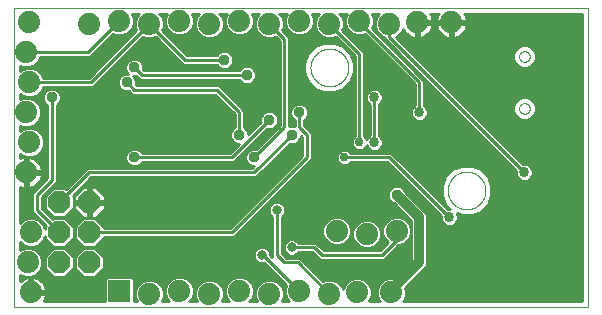
<source format=gbl>
G75*
%MOIN*%
%OFA0B0*%
%FSLAX25Y25*%
%IPPOS*%
%LPD*%
%AMOC8*
5,1,8,0,0,1.08239X$1,22.5*
%
%ADD10C,0.00000*%
%ADD11C,0.07400*%
%ADD12R,0.07400X0.07400*%
%ADD13OC8,0.07400*%
%ADD14C,0.03200*%
%ADD15C,0.03762*%
%ADD16C,0.03369*%
%ADD17C,0.01000*%
%ADD18OC8,0.03200*%
%ADD19OC8,0.03000*%
%ADD20C,0.03000*%
%ADD21C,0.03200*%
D10*
X0001900Y0003250D02*
X0001900Y0103211D01*
X0193101Y0103211D01*
X0193101Y0003250D01*
X0001900Y0003250D01*
X0100600Y0083250D02*
X0100602Y0083408D01*
X0100608Y0083567D01*
X0100618Y0083725D01*
X0100632Y0083882D01*
X0100650Y0084040D01*
X0100671Y0084196D01*
X0100697Y0084353D01*
X0100727Y0084508D01*
X0100760Y0084663D01*
X0100798Y0084817D01*
X0100839Y0084970D01*
X0100884Y0085121D01*
X0100933Y0085272D01*
X0100986Y0085421D01*
X0101042Y0085569D01*
X0101103Y0085716D01*
X0101166Y0085861D01*
X0101234Y0086004D01*
X0101305Y0086145D01*
X0101379Y0086285D01*
X0101457Y0086423D01*
X0101539Y0086559D01*
X0101624Y0086692D01*
X0101712Y0086824D01*
X0101803Y0086953D01*
X0101898Y0087080D01*
X0101996Y0087204D01*
X0102097Y0087326D01*
X0102201Y0087446D01*
X0102307Y0087563D01*
X0102417Y0087677D01*
X0102530Y0087788D01*
X0102645Y0087896D01*
X0102764Y0088002D01*
X0102884Y0088104D01*
X0103007Y0088204D01*
X0103133Y0088300D01*
X0103261Y0088393D01*
X0103392Y0088483D01*
X0103524Y0088569D01*
X0103659Y0088652D01*
X0103796Y0088732D01*
X0103935Y0088808D01*
X0104075Y0088881D01*
X0104218Y0088950D01*
X0104362Y0089016D01*
X0104507Y0089078D01*
X0104655Y0089136D01*
X0104803Y0089191D01*
X0104953Y0089242D01*
X0105104Y0089289D01*
X0105257Y0089332D01*
X0105410Y0089371D01*
X0105564Y0089407D01*
X0105719Y0089438D01*
X0105875Y0089466D01*
X0106032Y0089490D01*
X0106189Y0089510D01*
X0106347Y0089526D01*
X0106504Y0089538D01*
X0106663Y0089546D01*
X0106821Y0089550D01*
X0106979Y0089550D01*
X0107137Y0089546D01*
X0107296Y0089538D01*
X0107453Y0089526D01*
X0107611Y0089510D01*
X0107768Y0089490D01*
X0107925Y0089466D01*
X0108081Y0089438D01*
X0108236Y0089407D01*
X0108390Y0089371D01*
X0108543Y0089332D01*
X0108696Y0089289D01*
X0108847Y0089242D01*
X0108997Y0089191D01*
X0109145Y0089136D01*
X0109293Y0089078D01*
X0109438Y0089016D01*
X0109582Y0088950D01*
X0109725Y0088881D01*
X0109865Y0088808D01*
X0110004Y0088732D01*
X0110141Y0088652D01*
X0110276Y0088569D01*
X0110408Y0088483D01*
X0110539Y0088393D01*
X0110667Y0088300D01*
X0110793Y0088204D01*
X0110916Y0088104D01*
X0111036Y0088002D01*
X0111155Y0087896D01*
X0111270Y0087788D01*
X0111383Y0087677D01*
X0111493Y0087563D01*
X0111599Y0087446D01*
X0111703Y0087326D01*
X0111804Y0087204D01*
X0111902Y0087080D01*
X0111997Y0086953D01*
X0112088Y0086824D01*
X0112176Y0086692D01*
X0112261Y0086559D01*
X0112343Y0086423D01*
X0112421Y0086285D01*
X0112495Y0086145D01*
X0112566Y0086004D01*
X0112634Y0085861D01*
X0112697Y0085716D01*
X0112758Y0085569D01*
X0112814Y0085421D01*
X0112867Y0085272D01*
X0112916Y0085121D01*
X0112961Y0084970D01*
X0113002Y0084817D01*
X0113040Y0084663D01*
X0113073Y0084508D01*
X0113103Y0084353D01*
X0113129Y0084196D01*
X0113150Y0084040D01*
X0113168Y0083882D01*
X0113182Y0083725D01*
X0113192Y0083567D01*
X0113198Y0083408D01*
X0113200Y0083250D01*
X0113198Y0083092D01*
X0113192Y0082933D01*
X0113182Y0082775D01*
X0113168Y0082618D01*
X0113150Y0082460D01*
X0113129Y0082304D01*
X0113103Y0082147D01*
X0113073Y0081992D01*
X0113040Y0081837D01*
X0113002Y0081683D01*
X0112961Y0081530D01*
X0112916Y0081379D01*
X0112867Y0081228D01*
X0112814Y0081079D01*
X0112758Y0080931D01*
X0112697Y0080784D01*
X0112634Y0080639D01*
X0112566Y0080496D01*
X0112495Y0080355D01*
X0112421Y0080215D01*
X0112343Y0080077D01*
X0112261Y0079941D01*
X0112176Y0079808D01*
X0112088Y0079676D01*
X0111997Y0079547D01*
X0111902Y0079420D01*
X0111804Y0079296D01*
X0111703Y0079174D01*
X0111599Y0079054D01*
X0111493Y0078937D01*
X0111383Y0078823D01*
X0111270Y0078712D01*
X0111155Y0078604D01*
X0111036Y0078498D01*
X0110916Y0078396D01*
X0110793Y0078296D01*
X0110667Y0078200D01*
X0110539Y0078107D01*
X0110408Y0078017D01*
X0110276Y0077931D01*
X0110141Y0077848D01*
X0110004Y0077768D01*
X0109865Y0077692D01*
X0109725Y0077619D01*
X0109582Y0077550D01*
X0109438Y0077484D01*
X0109293Y0077422D01*
X0109145Y0077364D01*
X0108997Y0077309D01*
X0108847Y0077258D01*
X0108696Y0077211D01*
X0108543Y0077168D01*
X0108390Y0077129D01*
X0108236Y0077093D01*
X0108081Y0077062D01*
X0107925Y0077034D01*
X0107768Y0077010D01*
X0107611Y0076990D01*
X0107453Y0076974D01*
X0107296Y0076962D01*
X0107137Y0076954D01*
X0106979Y0076950D01*
X0106821Y0076950D01*
X0106663Y0076954D01*
X0106504Y0076962D01*
X0106347Y0076974D01*
X0106189Y0076990D01*
X0106032Y0077010D01*
X0105875Y0077034D01*
X0105719Y0077062D01*
X0105564Y0077093D01*
X0105410Y0077129D01*
X0105257Y0077168D01*
X0105104Y0077211D01*
X0104953Y0077258D01*
X0104803Y0077309D01*
X0104655Y0077364D01*
X0104507Y0077422D01*
X0104362Y0077484D01*
X0104218Y0077550D01*
X0104075Y0077619D01*
X0103935Y0077692D01*
X0103796Y0077768D01*
X0103659Y0077848D01*
X0103524Y0077931D01*
X0103392Y0078017D01*
X0103261Y0078107D01*
X0103133Y0078200D01*
X0103007Y0078296D01*
X0102884Y0078396D01*
X0102764Y0078498D01*
X0102645Y0078604D01*
X0102530Y0078712D01*
X0102417Y0078823D01*
X0102307Y0078937D01*
X0102201Y0079054D01*
X0102097Y0079174D01*
X0101996Y0079296D01*
X0101898Y0079420D01*
X0101803Y0079547D01*
X0101712Y0079676D01*
X0101624Y0079808D01*
X0101539Y0079941D01*
X0101457Y0080077D01*
X0101379Y0080215D01*
X0101305Y0080355D01*
X0101234Y0080496D01*
X0101166Y0080639D01*
X0101103Y0080784D01*
X0101042Y0080931D01*
X0100986Y0081079D01*
X0100933Y0081228D01*
X0100884Y0081379D01*
X0100839Y0081530D01*
X0100798Y0081683D01*
X0100760Y0081837D01*
X0100727Y0081992D01*
X0100697Y0082147D01*
X0100671Y0082304D01*
X0100650Y0082460D01*
X0100632Y0082618D01*
X0100618Y0082775D01*
X0100608Y0082933D01*
X0100602Y0083092D01*
X0100600Y0083250D01*
X0170128Y0086911D02*
X0170130Y0086995D01*
X0170136Y0087078D01*
X0170146Y0087161D01*
X0170160Y0087244D01*
X0170177Y0087326D01*
X0170199Y0087407D01*
X0170224Y0087486D01*
X0170253Y0087565D01*
X0170286Y0087642D01*
X0170322Y0087717D01*
X0170362Y0087791D01*
X0170405Y0087863D01*
X0170452Y0087932D01*
X0170502Y0087999D01*
X0170555Y0088064D01*
X0170611Y0088126D01*
X0170669Y0088186D01*
X0170731Y0088243D01*
X0170795Y0088296D01*
X0170862Y0088347D01*
X0170931Y0088394D01*
X0171002Y0088439D01*
X0171075Y0088479D01*
X0171150Y0088516D01*
X0171227Y0088550D01*
X0171305Y0088580D01*
X0171384Y0088606D01*
X0171465Y0088629D01*
X0171547Y0088647D01*
X0171629Y0088662D01*
X0171712Y0088673D01*
X0171795Y0088680D01*
X0171879Y0088683D01*
X0171963Y0088682D01*
X0172046Y0088677D01*
X0172130Y0088668D01*
X0172212Y0088655D01*
X0172294Y0088639D01*
X0172375Y0088618D01*
X0172456Y0088594D01*
X0172534Y0088566D01*
X0172612Y0088534D01*
X0172688Y0088498D01*
X0172762Y0088459D01*
X0172834Y0088417D01*
X0172904Y0088371D01*
X0172972Y0088322D01*
X0173037Y0088270D01*
X0173100Y0088215D01*
X0173160Y0088157D01*
X0173218Y0088096D01*
X0173272Y0088032D01*
X0173324Y0087966D01*
X0173372Y0087898D01*
X0173417Y0087827D01*
X0173458Y0087754D01*
X0173497Y0087680D01*
X0173531Y0087604D01*
X0173562Y0087526D01*
X0173589Y0087447D01*
X0173613Y0087366D01*
X0173632Y0087285D01*
X0173648Y0087203D01*
X0173660Y0087120D01*
X0173668Y0087036D01*
X0173672Y0086953D01*
X0173672Y0086869D01*
X0173668Y0086786D01*
X0173660Y0086702D01*
X0173648Y0086619D01*
X0173632Y0086537D01*
X0173613Y0086456D01*
X0173589Y0086375D01*
X0173562Y0086296D01*
X0173531Y0086218D01*
X0173497Y0086142D01*
X0173458Y0086068D01*
X0173417Y0085995D01*
X0173372Y0085924D01*
X0173324Y0085856D01*
X0173272Y0085790D01*
X0173218Y0085726D01*
X0173160Y0085665D01*
X0173100Y0085607D01*
X0173037Y0085552D01*
X0172972Y0085500D01*
X0172904Y0085451D01*
X0172834Y0085405D01*
X0172762Y0085363D01*
X0172688Y0085324D01*
X0172612Y0085288D01*
X0172534Y0085256D01*
X0172456Y0085228D01*
X0172375Y0085204D01*
X0172294Y0085183D01*
X0172212Y0085167D01*
X0172130Y0085154D01*
X0172046Y0085145D01*
X0171963Y0085140D01*
X0171879Y0085139D01*
X0171795Y0085142D01*
X0171712Y0085149D01*
X0171629Y0085160D01*
X0171547Y0085175D01*
X0171465Y0085193D01*
X0171384Y0085216D01*
X0171305Y0085242D01*
X0171227Y0085272D01*
X0171150Y0085306D01*
X0171075Y0085343D01*
X0171002Y0085383D01*
X0170931Y0085428D01*
X0170862Y0085475D01*
X0170795Y0085526D01*
X0170731Y0085579D01*
X0170669Y0085636D01*
X0170611Y0085696D01*
X0170555Y0085758D01*
X0170502Y0085823D01*
X0170452Y0085890D01*
X0170405Y0085959D01*
X0170362Y0086031D01*
X0170322Y0086105D01*
X0170286Y0086180D01*
X0170253Y0086257D01*
X0170224Y0086336D01*
X0170199Y0086415D01*
X0170177Y0086496D01*
X0170160Y0086578D01*
X0170146Y0086661D01*
X0170136Y0086744D01*
X0170130Y0086827D01*
X0170128Y0086911D01*
X0170128Y0069589D02*
X0170130Y0069673D01*
X0170136Y0069756D01*
X0170146Y0069839D01*
X0170160Y0069922D01*
X0170177Y0070004D01*
X0170199Y0070085D01*
X0170224Y0070164D01*
X0170253Y0070243D01*
X0170286Y0070320D01*
X0170322Y0070395D01*
X0170362Y0070469D01*
X0170405Y0070541D01*
X0170452Y0070610D01*
X0170502Y0070677D01*
X0170555Y0070742D01*
X0170611Y0070804D01*
X0170669Y0070864D01*
X0170731Y0070921D01*
X0170795Y0070974D01*
X0170862Y0071025D01*
X0170931Y0071072D01*
X0171002Y0071117D01*
X0171075Y0071157D01*
X0171150Y0071194D01*
X0171227Y0071228D01*
X0171305Y0071258D01*
X0171384Y0071284D01*
X0171465Y0071307D01*
X0171547Y0071325D01*
X0171629Y0071340D01*
X0171712Y0071351D01*
X0171795Y0071358D01*
X0171879Y0071361D01*
X0171963Y0071360D01*
X0172046Y0071355D01*
X0172130Y0071346D01*
X0172212Y0071333D01*
X0172294Y0071317D01*
X0172375Y0071296D01*
X0172456Y0071272D01*
X0172534Y0071244D01*
X0172612Y0071212D01*
X0172688Y0071176D01*
X0172762Y0071137D01*
X0172834Y0071095D01*
X0172904Y0071049D01*
X0172972Y0071000D01*
X0173037Y0070948D01*
X0173100Y0070893D01*
X0173160Y0070835D01*
X0173218Y0070774D01*
X0173272Y0070710D01*
X0173324Y0070644D01*
X0173372Y0070576D01*
X0173417Y0070505D01*
X0173458Y0070432D01*
X0173497Y0070358D01*
X0173531Y0070282D01*
X0173562Y0070204D01*
X0173589Y0070125D01*
X0173613Y0070044D01*
X0173632Y0069963D01*
X0173648Y0069881D01*
X0173660Y0069798D01*
X0173668Y0069714D01*
X0173672Y0069631D01*
X0173672Y0069547D01*
X0173668Y0069464D01*
X0173660Y0069380D01*
X0173648Y0069297D01*
X0173632Y0069215D01*
X0173613Y0069134D01*
X0173589Y0069053D01*
X0173562Y0068974D01*
X0173531Y0068896D01*
X0173497Y0068820D01*
X0173458Y0068746D01*
X0173417Y0068673D01*
X0173372Y0068602D01*
X0173324Y0068534D01*
X0173272Y0068468D01*
X0173218Y0068404D01*
X0173160Y0068343D01*
X0173100Y0068285D01*
X0173037Y0068230D01*
X0172972Y0068178D01*
X0172904Y0068129D01*
X0172834Y0068083D01*
X0172762Y0068041D01*
X0172688Y0068002D01*
X0172612Y0067966D01*
X0172534Y0067934D01*
X0172456Y0067906D01*
X0172375Y0067882D01*
X0172294Y0067861D01*
X0172212Y0067845D01*
X0172130Y0067832D01*
X0172046Y0067823D01*
X0171963Y0067818D01*
X0171879Y0067817D01*
X0171795Y0067820D01*
X0171712Y0067827D01*
X0171629Y0067838D01*
X0171547Y0067853D01*
X0171465Y0067871D01*
X0171384Y0067894D01*
X0171305Y0067920D01*
X0171227Y0067950D01*
X0171150Y0067984D01*
X0171075Y0068021D01*
X0171002Y0068061D01*
X0170931Y0068106D01*
X0170862Y0068153D01*
X0170795Y0068204D01*
X0170731Y0068257D01*
X0170669Y0068314D01*
X0170611Y0068374D01*
X0170555Y0068436D01*
X0170502Y0068501D01*
X0170452Y0068568D01*
X0170405Y0068637D01*
X0170362Y0068709D01*
X0170322Y0068783D01*
X0170286Y0068858D01*
X0170253Y0068935D01*
X0170224Y0069014D01*
X0170199Y0069093D01*
X0170177Y0069174D01*
X0170160Y0069256D01*
X0170146Y0069339D01*
X0170136Y0069422D01*
X0170130Y0069505D01*
X0170128Y0069589D01*
X0146350Y0042250D02*
X0146352Y0042408D01*
X0146358Y0042567D01*
X0146368Y0042725D01*
X0146382Y0042882D01*
X0146400Y0043040D01*
X0146421Y0043196D01*
X0146447Y0043353D01*
X0146477Y0043508D01*
X0146510Y0043663D01*
X0146548Y0043817D01*
X0146589Y0043970D01*
X0146634Y0044121D01*
X0146683Y0044272D01*
X0146736Y0044421D01*
X0146792Y0044569D01*
X0146853Y0044716D01*
X0146916Y0044861D01*
X0146984Y0045004D01*
X0147055Y0045145D01*
X0147129Y0045285D01*
X0147207Y0045423D01*
X0147289Y0045559D01*
X0147374Y0045692D01*
X0147462Y0045824D01*
X0147553Y0045953D01*
X0147648Y0046080D01*
X0147746Y0046204D01*
X0147847Y0046326D01*
X0147951Y0046446D01*
X0148057Y0046563D01*
X0148167Y0046677D01*
X0148280Y0046788D01*
X0148395Y0046896D01*
X0148514Y0047002D01*
X0148634Y0047104D01*
X0148757Y0047204D01*
X0148883Y0047300D01*
X0149011Y0047393D01*
X0149142Y0047483D01*
X0149274Y0047569D01*
X0149409Y0047652D01*
X0149546Y0047732D01*
X0149685Y0047808D01*
X0149825Y0047881D01*
X0149968Y0047950D01*
X0150112Y0048016D01*
X0150257Y0048078D01*
X0150405Y0048136D01*
X0150553Y0048191D01*
X0150703Y0048242D01*
X0150854Y0048289D01*
X0151007Y0048332D01*
X0151160Y0048371D01*
X0151314Y0048407D01*
X0151469Y0048438D01*
X0151625Y0048466D01*
X0151782Y0048490D01*
X0151939Y0048510D01*
X0152097Y0048526D01*
X0152254Y0048538D01*
X0152413Y0048546D01*
X0152571Y0048550D01*
X0152729Y0048550D01*
X0152887Y0048546D01*
X0153046Y0048538D01*
X0153203Y0048526D01*
X0153361Y0048510D01*
X0153518Y0048490D01*
X0153675Y0048466D01*
X0153831Y0048438D01*
X0153986Y0048407D01*
X0154140Y0048371D01*
X0154293Y0048332D01*
X0154446Y0048289D01*
X0154597Y0048242D01*
X0154747Y0048191D01*
X0154895Y0048136D01*
X0155043Y0048078D01*
X0155188Y0048016D01*
X0155332Y0047950D01*
X0155475Y0047881D01*
X0155615Y0047808D01*
X0155754Y0047732D01*
X0155891Y0047652D01*
X0156026Y0047569D01*
X0156158Y0047483D01*
X0156289Y0047393D01*
X0156417Y0047300D01*
X0156543Y0047204D01*
X0156666Y0047104D01*
X0156786Y0047002D01*
X0156905Y0046896D01*
X0157020Y0046788D01*
X0157133Y0046677D01*
X0157243Y0046563D01*
X0157349Y0046446D01*
X0157453Y0046326D01*
X0157554Y0046204D01*
X0157652Y0046080D01*
X0157747Y0045953D01*
X0157838Y0045824D01*
X0157926Y0045692D01*
X0158011Y0045559D01*
X0158093Y0045423D01*
X0158171Y0045285D01*
X0158245Y0045145D01*
X0158316Y0045004D01*
X0158384Y0044861D01*
X0158447Y0044716D01*
X0158508Y0044569D01*
X0158564Y0044421D01*
X0158617Y0044272D01*
X0158666Y0044121D01*
X0158711Y0043970D01*
X0158752Y0043817D01*
X0158790Y0043663D01*
X0158823Y0043508D01*
X0158853Y0043353D01*
X0158879Y0043196D01*
X0158900Y0043040D01*
X0158918Y0042882D01*
X0158932Y0042725D01*
X0158942Y0042567D01*
X0158948Y0042408D01*
X0158950Y0042250D01*
X0158948Y0042092D01*
X0158942Y0041933D01*
X0158932Y0041775D01*
X0158918Y0041618D01*
X0158900Y0041460D01*
X0158879Y0041304D01*
X0158853Y0041147D01*
X0158823Y0040992D01*
X0158790Y0040837D01*
X0158752Y0040683D01*
X0158711Y0040530D01*
X0158666Y0040379D01*
X0158617Y0040228D01*
X0158564Y0040079D01*
X0158508Y0039931D01*
X0158447Y0039784D01*
X0158384Y0039639D01*
X0158316Y0039496D01*
X0158245Y0039355D01*
X0158171Y0039215D01*
X0158093Y0039077D01*
X0158011Y0038941D01*
X0157926Y0038808D01*
X0157838Y0038676D01*
X0157747Y0038547D01*
X0157652Y0038420D01*
X0157554Y0038296D01*
X0157453Y0038174D01*
X0157349Y0038054D01*
X0157243Y0037937D01*
X0157133Y0037823D01*
X0157020Y0037712D01*
X0156905Y0037604D01*
X0156786Y0037498D01*
X0156666Y0037396D01*
X0156543Y0037296D01*
X0156417Y0037200D01*
X0156289Y0037107D01*
X0156158Y0037017D01*
X0156026Y0036931D01*
X0155891Y0036848D01*
X0155754Y0036768D01*
X0155615Y0036692D01*
X0155475Y0036619D01*
X0155332Y0036550D01*
X0155188Y0036484D01*
X0155043Y0036422D01*
X0154895Y0036364D01*
X0154747Y0036309D01*
X0154597Y0036258D01*
X0154446Y0036211D01*
X0154293Y0036168D01*
X0154140Y0036129D01*
X0153986Y0036093D01*
X0153831Y0036062D01*
X0153675Y0036034D01*
X0153518Y0036010D01*
X0153361Y0035990D01*
X0153203Y0035974D01*
X0153046Y0035962D01*
X0152887Y0035954D01*
X0152729Y0035950D01*
X0152571Y0035950D01*
X0152413Y0035954D01*
X0152254Y0035962D01*
X0152097Y0035974D01*
X0151939Y0035990D01*
X0151782Y0036010D01*
X0151625Y0036034D01*
X0151469Y0036062D01*
X0151314Y0036093D01*
X0151160Y0036129D01*
X0151007Y0036168D01*
X0150854Y0036211D01*
X0150703Y0036258D01*
X0150553Y0036309D01*
X0150405Y0036364D01*
X0150257Y0036422D01*
X0150112Y0036484D01*
X0149968Y0036550D01*
X0149825Y0036619D01*
X0149685Y0036692D01*
X0149546Y0036768D01*
X0149409Y0036848D01*
X0149274Y0036931D01*
X0149142Y0037017D01*
X0149011Y0037107D01*
X0148883Y0037200D01*
X0148757Y0037296D01*
X0148634Y0037396D01*
X0148514Y0037498D01*
X0148395Y0037604D01*
X0148280Y0037712D01*
X0148167Y0037823D01*
X0148057Y0037937D01*
X0147951Y0038054D01*
X0147847Y0038174D01*
X0147746Y0038296D01*
X0147648Y0038420D01*
X0147553Y0038547D01*
X0147462Y0038676D01*
X0147374Y0038808D01*
X0147289Y0038941D01*
X0147207Y0039077D01*
X0147129Y0039215D01*
X0147055Y0039355D01*
X0146984Y0039496D01*
X0146916Y0039639D01*
X0146853Y0039784D01*
X0146792Y0039931D01*
X0146736Y0040079D01*
X0146683Y0040228D01*
X0146634Y0040379D01*
X0146589Y0040530D01*
X0146548Y0040683D01*
X0146510Y0040837D01*
X0146477Y0040992D01*
X0146447Y0041147D01*
X0146421Y0041304D01*
X0146400Y0041460D01*
X0146382Y0041618D01*
X0146368Y0041775D01*
X0146358Y0041933D01*
X0146352Y0042092D01*
X0146350Y0042250D01*
D11*
X0129400Y0028750D03*
X0119400Y0027750D03*
X0109400Y0028750D03*
X0096900Y0008750D03*
X0086900Y0007750D03*
X0076900Y0008750D03*
X0066900Y0007750D03*
X0056900Y0008750D03*
X0046900Y0007750D03*
X0007400Y0008250D03*
X0006400Y0018250D03*
X0007400Y0028250D03*
X0005900Y0048250D03*
X0006900Y0058250D03*
X0005900Y0068250D03*
X0006900Y0078250D03*
X0005900Y0088250D03*
X0006900Y0098250D03*
X0026900Y0097750D03*
X0036900Y0098750D03*
X0046900Y0097750D03*
X0056900Y0098750D03*
X0066900Y0097750D03*
X0076900Y0098750D03*
X0086900Y0097750D03*
X0096900Y0098750D03*
X0106900Y0097750D03*
X0116900Y0098750D03*
X0126900Y0097750D03*
X0136200Y0098250D03*
X0147600Y0098250D03*
X0127600Y0008250D03*
X0116200Y0008250D03*
X0106900Y0007750D03*
D12*
X0036900Y0008750D03*
D13*
X0026900Y0018250D03*
X0016900Y0018250D03*
X0016900Y0028250D03*
X0026900Y0028250D03*
X0026900Y0038250D03*
X0016900Y0038250D03*
D14*
X0127600Y0008950D02*
X0127600Y0008250D01*
X0127600Y0008950D02*
X0136900Y0018250D01*
X0136900Y0033250D01*
X0129400Y0040750D01*
D15*
X0129400Y0040750D03*
X0094400Y0060750D03*
X0086900Y0065750D03*
X0096900Y0068250D03*
X0076900Y0060750D03*
X0081900Y0053250D03*
X0041900Y0053250D03*
X0014400Y0073250D03*
X0039400Y0078250D03*
X0041900Y0083250D03*
X0071900Y0085750D03*
X0079400Y0080750D03*
D16*
X0121900Y0073250D03*
X0136900Y0068250D03*
X0121900Y0058250D03*
X0146900Y0033250D03*
X0171900Y0048250D03*
D17*
X0126900Y0093250D01*
X0126900Y0097750D01*
X0123572Y0101211D02*
X0122831Y0100469D01*
X0122100Y0098705D01*
X0122100Y0096795D01*
X0122831Y0095031D01*
X0124181Y0093681D01*
X0125300Y0093217D01*
X0125300Y0092587D01*
X0169116Y0048772D01*
X0169116Y0047696D01*
X0169540Y0046673D01*
X0170323Y0045890D01*
X0171346Y0045466D01*
X0172454Y0045466D01*
X0173477Y0045890D01*
X0174260Y0046673D01*
X0174684Y0047696D01*
X0174684Y0048804D01*
X0174260Y0049827D01*
X0173477Y0050610D01*
X0172454Y0051034D01*
X0171378Y0051034D01*
X0128992Y0093421D01*
X0129619Y0093681D01*
X0130969Y0095031D01*
X0131433Y0096151D01*
X0131753Y0095525D01*
X0132234Y0094862D01*
X0132812Y0094284D01*
X0133475Y0093803D01*
X0134204Y0093431D01*
X0134982Y0093178D01*
X0135700Y0093064D01*
X0135700Y0097750D01*
X0136700Y0097750D01*
X0136700Y0098750D01*
X0141386Y0098750D01*
X0141272Y0099468D01*
X0141019Y0100246D01*
X0140647Y0100975D01*
X0140477Y0101211D01*
X0143323Y0101211D01*
X0143153Y0100975D01*
X0142781Y0100246D01*
X0142528Y0099468D01*
X0142414Y0098750D01*
X0147100Y0098750D01*
X0147100Y0097750D01*
X0148100Y0097750D01*
X0148100Y0098750D01*
X0152786Y0098750D01*
X0152672Y0099468D01*
X0152419Y0100246D01*
X0152047Y0100975D01*
X0151877Y0101211D01*
X0191101Y0101211D01*
X0191101Y0005250D01*
X0131388Y0005250D01*
X0131669Y0005531D01*
X0132400Y0007295D01*
X0132400Y0009205D01*
X0132187Y0009719D01*
X0138429Y0015961D01*
X0139189Y0016721D01*
X0139600Y0017713D01*
X0139600Y0033787D01*
X0139189Y0034779D01*
X0132208Y0041760D01*
X0131927Y0042439D01*
X0131089Y0043277D01*
X0129993Y0043731D01*
X0128807Y0043731D01*
X0127711Y0043277D01*
X0126873Y0042439D01*
X0126419Y0041343D01*
X0126419Y0040157D01*
X0126873Y0039061D01*
X0127711Y0038223D01*
X0128390Y0037942D01*
X0134200Y0032132D01*
X0134200Y0019368D01*
X0127882Y0013050D01*
X0126645Y0013050D01*
X0124881Y0012319D01*
X0123531Y0010969D01*
X0122800Y0009205D01*
X0122800Y0007295D01*
X0123531Y0005531D01*
X0123812Y0005250D01*
X0119988Y0005250D01*
X0120269Y0005531D01*
X0121000Y0007295D01*
X0121000Y0009205D01*
X0120269Y0010969D01*
X0118919Y0012319D01*
X0117155Y0013050D01*
X0115245Y0013050D01*
X0113481Y0012319D01*
X0112131Y0010969D01*
X0111446Y0009317D01*
X0110969Y0010469D01*
X0109619Y0011819D01*
X0107855Y0012550D01*
X0105945Y0012550D01*
X0104826Y0012086D01*
X0098000Y0018913D01*
X0097063Y0019850D01*
X0092563Y0019850D01*
X0091000Y0021413D01*
X0091000Y0033532D01*
X0091689Y0034221D01*
X0092100Y0035213D01*
X0092100Y0036287D01*
X0091689Y0037279D01*
X0090929Y0038039D01*
X0089937Y0038450D01*
X0088863Y0038450D01*
X0087871Y0038039D01*
X0087111Y0037279D01*
X0086700Y0036287D01*
X0086700Y0035213D01*
X0087111Y0034221D01*
X0087800Y0033532D01*
X0087800Y0020113D01*
X0087100Y0020813D01*
X0087100Y0021287D01*
X0086689Y0022279D01*
X0085929Y0023039D01*
X0084937Y0023450D01*
X0083863Y0023450D01*
X0082871Y0023039D01*
X0082111Y0022279D01*
X0081700Y0021287D01*
X0081700Y0020213D01*
X0082111Y0019221D01*
X0082871Y0018461D01*
X0083863Y0018050D01*
X0084937Y0018050D01*
X0085220Y0018167D01*
X0092564Y0010824D01*
X0092100Y0009705D01*
X0092100Y0007795D01*
X0092831Y0006031D01*
X0093612Y0005250D01*
X0091060Y0005250D01*
X0091700Y0006795D01*
X0091700Y0008705D01*
X0090969Y0010469D01*
X0089619Y0011819D01*
X0087855Y0012550D01*
X0085945Y0012550D01*
X0084181Y0011819D01*
X0082831Y0010469D01*
X0082100Y0008705D01*
X0082100Y0006795D01*
X0082740Y0005250D01*
X0080188Y0005250D01*
X0080969Y0006031D01*
X0081700Y0007795D01*
X0081700Y0009705D01*
X0080969Y0011469D01*
X0079619Y0012819D01*
X0077855Y0013550D01*
X0075945Y0013550D01*
X0074181Y0012819D01*
X0072831Y0011469D01*
X0072100Y0009705D01*
X0072100Y0007795D01*
X0072831Y0006031D01*
X0073612Y0005250D01*
X0071060Y0005250D01*
X0071700Y0006795D01*
X0071700Y0008705D01*
X0070969Y0010469D01*
X0069619Y0011819D01*
X0067855Y0012550D01*
X0065945Y0012550D01*
X0064181Y0011819D01*
X0062831Y0010469D01*
X0062100Y0008705D01*
X0062100Y0006795D01*
X0062740Y0005250D01*
X0060188Y0005250D01*
X0060969Y0006031D01*
X0061700Y0007795D01*
X0061700Y0009705D01*
X0060969Y0011469D01*
X0059619Y0012819D01*
X0057855Y0013550D01*
X0055945Y0013550D01*
X0054181Y0012819D01*
X0052831Y0011469D01*
X0052100Y0009705D01*
X0052100Y0007795D01*
X0052831Y0006031D01*
X0053612Y0005250D01*
X0051060Y0005250D01*
X0051700Y0006795D01*
X0051700Y0008705D01*
X0050969Y0010469D01*
X0049619Y0011819D01*
X0047855Y0012550D01*
X0045945Y0012550D01*
X0044181Y0011819D01*
X0042831Y0010469D01*
X0042100Y0008705D01*
X0042100Y0006795D01*
X0042740Y0005250D01*
X0041700Y0005250D01*
X0041700Y0012906D01*
X0041056Y0013550D01*
X0032744Y0013550D01*
X0032100Y0012906D01*
X0032100Y0005250D01*
X0011648Y0005250D01*
X0011847Y0005525D01*
X0012219Y0006254D01*
X0012472Y0007032D01*
X0012586Y0007750D01*
X0007900Y0007750D01*
X0007900Y0008750D01*
X0006900Y0008750D01*
X0006900Y0013436D01*
X0006182Y0013322D01*
X0005404Y0013069D01*
X0004675Y0012697D01*
X0004012Y0012216D01*
X0003900Y0012104D01*
X0003900Y0014090D01*
X0005445Y0013450D01*
X0007355Y0013450D01*
X0009119Y0014181D01*
X0010469Y0015531D01*
X0011200Y0017295D01*
X0011200Y0019205D01*
X0010469Y0020969D01*
X0009119Y0022319D01*
X0007355Y0023050D01*
X0005445Y0023050D01*
X0003900Y0022410D01*
X0003900Y0024962D01*
X0004681Y0024181D01*
X0006445Y0023450D01*
X0008355Y0023450D01*
X0010119Y0024181D01*
X0011469Y0025531D01*
X0012100Y0027054D01*
X0012100Y0026262D01*
X0014912Y0023450D01*
X0018888Y0023450D01*
X0021700Y0026262D01*
X0021700Y0030238D01*
X0018888Y0033050D01*
X0014912Y0033050D01*
X0014637Y0032775D01*
X0011000Y0036413D01*
X0011000Y0040087D01*
X0015063Y0044150D01*
X0016000Y0045087D01*
X0016000Y0070686D01*
X0016089Y0070723D01*
X0016927Y0071561D01*
X0017381Y0072657D01*
X0017381Y0073843D01*
X0016927Y0074939D01*
X0016089Y0075777D01*
X0014993Y0076231D01*
X0013807Y0076231D01*
X0012711Y0075777D01*
X0011873Y0074939D01*
X0011419Y0073843D01*
X0011419Y0072657D01*
X0011873Y0071561D01*
X0012711Y0070723D01*
X0012800Y0070686D01*
X0012800Y0046413D01*
X0007800Y0041413D01*
X0007800Y0035087D01*
X0008737Y0034150D01*
X0012375Y0030513D01*
X0012100Y0030238D01*
X0012100Y0029446D01*
X0011469Y0030969D01*
X0010119Y0032319D01*
X0008355Y0033050D01*
X0006445Y0033050D01*
X0004681Y0032319D01*
X0003900Y0031538D01*
X0003900Y0043433D01*
X0003904Y0043431D01*
X0004682Y0043178D01*
X0005400Y0043064D01*
X0005400Y0047750D01*
X0006400Y0047750D01*
X0006400Y0048750D01*
X0005400Y0048750D01*
X0005400Y0053436D01*
X0004682Y0053322D01*
X0003904Y0053069D01*
X0003900Y0053067D01*
X0003900Y0054462D01*
X0004181Y0054181D01*
X0005945Y0053450D01*
X0007855Y0053450D01*
X0009619Y0054181D01*
X0010969Y0055531D01*
X0011700Y0057295D01*
X0011700Y0059205D01*
X0010969Y0060969D01*
X0009619Y0062319D01*
X0007855Y0063050D01*
X0005945Y0063050D01*
X0004181Y0062319D01*
X0003900Y0062038D01*
X0003900Y0063883D01*
X0004945Y0063450D01*
X0006855Y0063450D01*
X0008619Y0064181D01*
X0009969Y0065531D01*
X0010700Y0067295D01*
X0010700Y0069205D01*
X0009969Y0070969D01*
X0008619Y0072319D01*
X0006855Y0073050D01*
X0004945Y0073050D01*
X0003900Y0072617D01*
X0003900Y0074462D01*
X0004181Y0074181D01*
X0005945Y0073450D01*
X0007855Y0073450D01*
X0009619Y0074181D01*
X0010969Y0075531D01*
X0011433Y0076650D01*
X0028063Y0076650D01*
X0044826Y0093414D01*
X0045945Y0092950D01*
X0047855Y0092950D01*
X0048974Y0093414D01*
X0058237Y0084150D01*
X0069336Y0084150D01*
X0069373Y0084061D01*
X0070211Y0083223D01*
X0071307Y0082769D01*
X0072493Y0082769D01*
X0073589Y0083223D01*
X0074427Y0084061D01*
X0074881Y0085157D01*
X0074881Y0086343D01*
X0074427Y0087439D01*
X0073589Y0088277D01*
X0072493Y0088731D01*
X0071307Y0088731D01*
X0070211Y0088277D01*
X0069373Y0087439D01*
X0069336Y0087350D01*
X0059563Y0087350D01*
X0051236Y0095676D01*
X0051700Y0096795D01*
X0051700Y0098705D01*
X0050969Y0100469D01*
X0050228Y0101211D01*
X0052724Y0101211D01*
X0052100Y0099705D01*
X0052100Y0097795D01*
X0052831Y0096031D01*
X0054181Y0094681D01*
X0055945Y0093950D01*
X0057855Y0093950D01*
X0059619Y0094681D01*
X0060969Y0096031D01*
X0061700Y0097795D01*
X0061700Y0099705D01*
X0061076Y0101211D01*
X0063572Y0101211D01*
X0062831Y0100469D01*
X0062100Y0098705D01*
X0062100Y0096795D01*
X0062831Y0095031D01*
X0064181Y0093681D01*
X0065945Y0092950D01*
X0067855Y0092950D01*
X0069619Y0093681D01*
X0070969Y0095031D01*
X0071700Y0096795D01*
X0071700Y0098705D01*
X0070969Y0100469D01*
X0070228Y0101211D01*
X0072724Y0101211D01*
X0072100Y0099705D01*
X0072100Y0097795D01*
X0072831Y0096031D01*
X0074181Y0094681D01*
X0075945Y0093950D01*
X0077855Y0093950D01*
X0079619Y0094681D01*
X0080969Y0096031D01*
X0081700Y0097795D01*
X0081700Y0099705D01*
X0081076Y0101211D01*
X0083572Y0101211D01*
X0082831Y0100469D01*
X0082100Y0098705D01*
X0082100Y0096795D01*
X0082831Y0095031D01*
X0084181Y0093681D01*
X0085945Y0092950D01*
X0087855Y0092950D01*
X0088974Y0093414D01*
X0090300Y0092087D01*
X0090300Y0063913D01*
X0082582Y0056194D01*
X0082493Y0056231D01*
X0081307Y0056231D01*
X0080211Y0055777D01*
X0079373Y0054939D01*
X0078919Y0053843D01*
X0078919Y0052657D01*
X0079373Y0051561D01*
X0080211Y0050723D01*
X0081307Y0050269D01*
X0081656Y0050269D01*
X0081237Y0049850D01*
X0026237Y0049850D01*
X0019163Y0042775D01*
X0018888Y0043050D01*
X0014912Y0043050D01*
X0012100Y0040238D01*
X0012100Y0036262D01*
X0014912Y0033450D01*
X0018888Y0033450D01*
X0021700Y0036262D01*
X0021700Y0040238D01*
X0021425Y0040513D01*
X0027563Y0046650D01*
X0082563Y0046650D01*
X0083500Y0047587D01*
X0093718Y0057806D01*
X0093807Y0057769D01*
X0094993Y0057769D01*
X0096089Y0058223D01*
X0096927Y0059061D01*
X0097381Y0060157D01*
X0097381Y0060506D01*
X0097800Y0060087D01*
X0097800Y0053913D01*
X0073737Y0029850D01*
X0031700Y0029850D01*
X0031700Y0030238D01*
X0028888Y0033050D01*
X0024912Y0033050D01*
X0022100Y0030238D01*
X0022100Y0026262D01*
X0024912Y0023450D01*
X0028888Y0023450D01*
X0031700Y0026262D01*
X0031700Y0026650D01*
X0075063Y0026650D01*
X0076000Y0027587D01*
X0101000Y0052587D01*
X0101000Y0061413D01*
X0100063Y0062350D01*
X0098500Y0063913D01*
X0098500Y0065686D01*
X0098589Y0065723D01*
X0099427Y0066561D01*
X0099881Y0067657D01*
X0099881Y0068843D01*
X0099427Y0069939D01*
X0098589Y0070777D01*
X0097493Y0071231D01*
X0096307Y0071231D01*
X0095211Y0070777D01*
X0094373Y0069939D01*
X0093919Y0068843D01*
X0093919Y0067657D01*
X0094373Y0066561D01*
X0095211Y0065723D01*
X0095300Y0065686D01*
X0095300Y0063604D01*
X0094993Y0063731D01*
X0093807Y0063731D01*
X0093500Y0063604D01*
X0093500Y0093413D01*
X0091236Y0095676D01*
X0091700Y0096795D01*
X0091700Y0098705D01*
X0090969Y0100469D01*
X0090228Y0101211D01*
X0092724Y0101211D01*
X0092100Y0099705D01*
X0092100Y0097795D01*
X0092831Y0096031D01*
X0094181Y0094681D01*
X0095945Y0093950D01*
X0097855Y0093950D01*
X0099619Y0094681D01*
X0100969Y0096031D01*
X0101700Y0097795D01*
X0101700Y0099705D01*
X0101076Y0101211D01*
X0103572Y0101211D01*
X0102831Y0100469D01*
X0102100Y0098705D01*
X0102100Y0096795D01*
X0102831Y0095031D01*
X0104181Y0093681D01*
X0105945Y0092950D01*
X0107855Y0092950D01*
X0108974Y0093414D01*
X0115300Y0087087D01*
X0115300Y0060327D01*
X0114696Y0059723D01*
X0114300Y0058767D01*
X0114300Y0057733D01*
X0114696Y0056777D01*
X0115427Y0056046D01*
X0116383Y0055650D01*
X0117417Y0055650D01*
X0118373Y0056046D01*
X0119104Y0056777D01*
X0119300Y0057251D01*
X0119540Y0056673D01*
X0120323Y0055890D01*
X0121346Y0055466D01*
X0122454Y0055466D01*
X0123477Y0055890D01*
X0124260Y0056673D01*
X0124684Y0057696D01*
X0124684Y0058804D01*
X0124260Y0059827D01*
X0123500Y0060588D01*
X0123500Y0070912D01*
X0124260Y0071673D01*
X0124684Y0072696D01*
X0124684Y0073804D01*
X0124260Y0074827D01*
X0123477Y0075610D01*
X0122454Y0076034D01*
X0121346Y0076034D01*
X0120323Y0075610D01*
X0119540Y0074827D01*
X0119116Y0073804D01*
X0119116Y0072696D01*
X0119540Y0071673D01*
X0120300Y0070912D01*
X0120300Y0060588D01*
X0119540Y0059827D01*
X0119300Y0059249D01*
X0119104Y0059723D01*
X0118500Y0060327D01*
X0118500Y0088413D01*
X0111236Y0095676D01*
X0111700Y0096795D01*
X0111700Y0098705D01*
X0110969Y0100469D01*
X0110228Y0101211D01*
X0112724Y0101211D01*
X0112100Y0099705D01*
X0112100Y0097795D01*
X0112831Y0096031D01*
X0114181Y0094681D01*
X0115945Y0093950D01*
X0117855Y0093950D01*
X0118620Y0094267D01*
X0135300Y0077587D01*
X0135300Y0070588D01*
X0134540Y0069827D01*
X0134116Y0068804D01*
X0134116Y0067696D01*
X0134540Y0066673D01*
X0135323Y0065890D01*
X0136346Y0065466D01*
X0137454Y0065466D01*
X0138477Y0065890D01*
X0139260Y0066673D01*
X0139684Y0067696D01*
X0139684Y0068804D01*
X0139260Y0069827D01*
X0138500Y0070588D01*
X0138500Y0078913D01*
X0137563Y0079850D01*
X0121090Y0096323D01*
X0121700Y0097795D01*
X0121700Y0099705D01*
X0121076Y0101211D01*
X0123572Y0101211D01*
X0123466Y0101104D02*
X0121120Y0101104D01*
X0121534Y0100106D02*
X0122680Y0100106D01*
X0122267Y0099107D02*
X0121700Y0099107D01*
X0121700Y0098109D02*
X0122100Y0098109D01*
X0122100Y0097110D02*
X0121416Y0097110D01*
X0121301Y0096112D02*
X0122383Y0096112D01*
X0122300Y0095113D02*
X0122797Y0095113D01*
X0123298Y0094115D02*
X0123747Y0094115D01*
X0124297Y0093116D02*
X0125300Y0093116D01*
X0125295Y0092118D02*
X0125770Y0092118D01*
X0126294Y0091119D02*
X0126768Y0091119D01*
X0127292Y0090120D02*
X0127767Y0090120D01*
X0128291Y0089122D02*
X0128765Y0089122D01*
X0129289Y0088123D02*
X0129764Y0088123D01*
X0130288Y0087125D02*
X0130762Y0087125D01*
X0131286Y0086126D02*
X0131761Y0086126D01*
X0132285Y0085128D02*
X0132759Y0085128D01*
X0133283Y0084129D02*
X0133758Y0084129D01*
X0134282Y0083131D02*
X0134756Y0083131D01*
X0135280Y0082132D02*
X0135755Y0082132D01*
X0136279Y0081134D02*
X0136753Y0081134D01*
X0137277Y0080135D02*
X0137752Y0080135D01*
X0138276Y0079137D02*
X0138750Y0079137D01*
X0138500Y0078138D02*
X0139749Y0078138D01*
X0140747Y0077140D02*
X0138500Y0077140D01*
X0138500Y0076141D02*
X0141746Y0076141D01*
X0142744Y0075143D02*
X0138500Y0075143D01*
X0138500Y0074144D02*
X0143743Y0074144D01*
X0144741Y0073146D02*
X0138500Y0073146D01*
X0138500Y0072147D02*
X0145740Y0072147D01*
X0146738Y0071149D02*
X0138500Y0071149D01*
X0138937Y0070150D02*
X0147737Y0070150D01*
X0148736Y0069152D02*
X0139540Y0069152D01*
X0139684Y0068153D02*
X0149734Y0068153D01*
X0150733Y0067155D02*
X0139460Y0067155D01*
X0138744Y0066156D02*
X0151731Y0066156D01*
X0152730Y0065158D02*
X0123500Y0065158D01*
X0123500Y0066156D02*
X0135056Y0066156D01*
X0134340Y0067155D02*
X0123500Y0067155D01*
X0123500Y0068153D02*
X0134116Y0068153D01*
X0134260Y0069152D02*
X0123500Y0069152D01*
X0123500Y0070150D02*
X0134863Y0070150D01*
X0135300Y0071149D02*
X0123736Y0071149D01*
X0124457Y0072147D02*
X0135300Y0072147D01*
X0135300Y0073146D02*
X0124684Y0073146D01*
X0124543Y0074144D02*
X0135300Y0074144D01*
X0135300Y0075143D02*
X0123945Y0075143D01*
X0121900Y0073250D02*
X0121900Y0058250D01*
X0119334Y0057170D02*
X0119267Y0057170D01*
X0118498Y0056171D02*
X0120041Y0056171D01*
X0123759Y0056171D02*
X0161716Y0056171D01*
X0160718Y0057170D02*
X0124466Y0057170D01*
X0124684Y0058168D02*
X0159719Y0058168D01*
X0158721Y0059167D02*
X0124534Y0059167D01*
X0123922Y0060165D02*
X0157722Y0060165D01*
X0156724Y0061164D02*
X0123500Y0061164D01*
X0123500Y0062162D02*
X0155725Y0062162D01*
X0154727Y0063161D02*
X0123500Y0063161D01*
X0123500Y0064159D02*
X0153728Y0064159D01*
X0156257Y0066156D02*
X0170331Y0066156D01*
X0169764Y0066391D02*
X0171150Y0065817D01*
X0172650Y0065817D01*
X0174036Y0066391D01*
X0175097Y0067452D01*
X0175672Y0068838D01*
X0175672Y0070339D01*
X0175097Y0071725D01*
X0174036Y0072786D01*
X0172650Y0073360D01*
X0171150Y0073360D01*
X0169764Y0072786D01*
X0168703Y0071725D01*
X0168128Y0070339D01*
X0168128Y0068838D01*
X0168703Y0067452D01*
X0169764Y0066391D01*
X0169000Y0067155D02*
X0155258Y0067155D01*
X0154259Y0068153D02*
X0168412Y0068153D01*
X0168128Y0069152D02*
X0153261Y0069152D01*
X0152262Y0070150D02*
X0168128Y0070150D01*
X0168464Y0071149D02*
X0151264Y0071149D01*
X0150265Y0072147D02*
X0169125Y0072147D01*
X0170632Y0073146D02*
X0149267Y0073146D01*
X0148268Y0074144D02*
X0191101Y0074144D01*
X0191101Y0073146D02*
X0173168Y0073146D01*
X0174675Y0072147D02*
X0191101Y0072147D01*
X0191101Y0071149D02*
X0175336Y0071149D01*
X0175672Y0070150D02*
X0191101Y0070150D01*
X0191101Y0069152D02*
X0175672Y0069152D01*
X0175388Y0068153D02*
X0191101Y0068153D01*
X0191101Y0067155D02*
X0174800Y0067155D01*
X0173469Y0066156D02*
X0191101Y0066156D01*
X0191101Y0065158D02*
X0157255Y0065158D01*
X0158254Y0064159D02*
X0191101Y0064159D01*
X0191101Y0063161D02*
X0159252Y0063161D01*
X0160251Y0062162D02*
X0191101Y0062162D01*
X0191101Y0061164D02*
X0161249Y0061164D01*
X0162248Y0060165D02*
X0191101Y0060165D01*
X0191101Y0059167D02*
X0163246Y0059167D01*
X0164245Y0058168D02*
X0191101Y0058168D01*
X0191101Y0057170D02*
X0165243Y0057170D01*
X0166242Y0056171D02*
X0191101Y0056171D01*
X0191101Y0055173D02*
X0167240Y0055173D01*
X0168239Y0054174D02*
X0191101Y0054174D01*
X0191101Y0053176D02*
X0169237Y0053176D01*
X0170236Y0052177D02*
X0191101Y0052177D01*
X0191101Y0051179D02*
X0171234Y0051179D01*
X0167707Y0050180D02*
X0155194Y0050180D01*
X0154301Y0050550D02*
X0150999Y0050550D01*
X0147948Y0049286D01*
X0145614Y0046952D01*
X0144350Y0043901D01*
X0144350Y0040599D01*
X0145614Y0037548D01*
X0147128Y0036034D01*
X0146378Y0036034D01*
X0127563Y0054850D01*
X0113977Y0054850D01*
X0113373Y0055454D01*
X0112417Y0055850D01*
X0111383Y0055850D01*
X0110427Y0055454D01*
X0109696Y0054723D01*
X0109300Y0053767D01*
X0109300Y0052733D01*
X0109696Y0051777D01*
X0110427Y0051046D01*
X0111383Y0050650D01*
X0112417Y0050650D01*
X0113373Y0051046D01*
X0113977Y0051650D01*
X0126237Y0051650D01*
X0144116Y0033772D01*
X0144116Y0032696D01*
X0144540Y0031673D01*
X0145323Y0030890D01*
X0146346Y0030466D01*
X0147454Y0030466D01*
X0148477Y0030890D01*
X0149260Y0031673D01*
X0149684Y0032696D01*
X0149684Y0033804D01*
X0149339Y0034638D01*
X0150999Y0033950D01*
X0154301Y0033950D01*
X0157352Y0035214D01*
X0159686Y0037548D01*
X0160950Y0040599D01*
X0160950Y0043901D01*
X0159686Y0046952D01*
X0157352Y0049286D01*
X0154301Y0050550D01*
X0157456Y0049182D02*
X0168706Y0049182D01*
X0169116Y0048183D02*
X0158455Y0048183D01*
X0159453Y0047184D02*
X0169328Y0047184D01*
X0170026Y0046186D02*
X0160004Y0046186D01*
X0160417Y0045187D02*
X0191101Y0045187D01*
X0191101Y0044189D02*
X0160831Y0044189D01*
X0160950Y0043190D02*
X0191101Y0043190D01*
X0191101Y0042192D02*
X0160950Y0042192D01*
X0160950Y0041193D02*
X0191101Y0041193D01*
X0191101Y0040195D02*
X0160783Y0040195D01*
X0160369Y0039196D02*
X0191101Y0039196D01*
X0191101Y0038198D02*
X0159955Y0038198D01*
X0159337Y0037199D02*
X0191101Y0037199D01*
X0191101Y0036201D02*
X0158339Y0036201D01*
X0157324Y0035202D02*
X0191101Y0035202D01*
X0191101Y0034204D02*
X0154914Y0034204D01*
X0150386Y0034204D02*
X0149519Y0034204D01*
X0149684Y0033205D02*
X0191101Y0033205D01*
X0191101Y0032207D02*
X0149482Y0032207D01*
X0148796Y0031208D02*
X0191101Y0031208D01*
X0191101Y0030210D02*
X0139600Y0030210D01*
X0139600Y0031208D02*
X0145004Y0031208D01*
X0144318Y0032207D02*
X0139600Y0032207D01*
X0139600Y0033205D02*
X0144116Y0033205D01*
X0143683Y0034204D02*
X0139427Y0034204D01*
X0138766Y0035202D02*
X0142685Y0035202D01*
X0141686Y0036201D02*
X0137767Y0036201D01*
X0136769Y0037199D02*
X0140688Y0037199D01*
X0139689Y0038198D02*
X0135770Y0038198D01*
X0134772Y0039196D02*
X0138691Y0039196D01*
X0137692Y0040195D02*
X0133773Y0040195D01*
X0132775Y0041193D02*
X0136694Y0041193D01*
X0135695Y0042192D02*
X0132029Y0042192D01*
X0131175Y0043190D02*
X0134697Y0043190D01*
X0133698Y0044189D02*
X0092602Y0044189D01*
X0093600Y0045187D02*
X0132700Y0045187D01*
X0131701Y0046186D02*
X0094599Y0046186D01*
X0095597Y0047184D02*
X0130703Y0047184D01*
X0129704Y0048183D02*
X0096596Y0048183D01*
X0097594Y0049182D02*
X0128706Y0049182D01*
X0127707Y0050180D02*
X0098593Y0050180D01*
X0099591Y0051179D02*
X0110295Y0051179D01*
X0109530Y0052177D02*
X0100590Y0052177D01*
X0101000Y0053176D02*
X0109300Y0053176D01*
X0109469Y0054174D02*
X0101000Y0054174D01*
X0101000Y0055173D02*
X0110146Y0055173D01*
X0111900Y0053250D02*
X0126900Y0053250D01*
X0146900Y0033250D01*
X0146961Y0036201D02*
X0146212Y0036201D01*
X0145963Y0037199D02*
X0145213Y0037199D01*
X0145345Y0038198D02*
X0144215Y0038198D01*
X0144931Y0039196D02*
X0143216Y0039196D01*
X0142218Y0040195D02*
X0144517Y0040195D01*
X0144350Y0041193D02*
X0141219Y0041193D01*
X0140221Y0042192D02*
X0144350Y0042192D01*
X0144350Y0043190D02*
X0139222Y0043190D01*
X0138224Y0044189D02*
X0144469Y0044189D01*
X0144883Y0045187D02*
X0137225Y0045187D01*
X0136227Y0046186D02*
X0145296Y0046186D01*
X0145847Y0047184D02*
X0135228Y0047184D01*
X0134230Y0048183D02*
X0146845Y0048183D01*
X0147844Y0049182D02*
X0133231Y0049182D01*
X0132233Y0050180D02*
X0150106Y0050180D01*
X0162715Y0055173D02*
X0113654Y0055173D01*
X0115302Y0056171D02*
X0101000Y0056171D01*
X0101000Y0057170D02*
X0114533Y0057170D01*
X0114300Y0058168D02*
X0101000Y0058168D01*
X0101000Y0059167D02*
X0114465Y0059167D01*
X0115138Y0060165D02*
X0101000Y0060165D01*
X0101000Y0061164D02*
X0115300Y0061164D01*
X0115300Y0062162D02*
X0100251Y0062162D01*
X0099252Y0063161D02*
X0115300Y0063161D01*
X0115300Y0064159D02*
X0098500Y0064159D01*
X0098500Y0065158D02*
X0115300Y0065158D01*
X0115300Y0066156D02*
X0099022Y0066156D01*
X0099673Y0067155D02*
X0115300Y0067155D01*
X0115300Y0068153D02*
X0099881Y0068153D01*
X0099753Y0069152D02*
X0115300Y0069152D01*
X0115300Y0070150D02*
X0099216Y0070150D01*
X0097692Y0071149D02*
X0115300Y0071149D01*
X0115300Y0072147D02*
X0093500Y0072147D01*
X0093500Y0071149D02*
X0096108Y0071149D01*
X0094584Y0070150D02*
X0093500Y0070150D01*
X0093500Y0069152D02*
X0094047Y0069152D01*
X0093919Y0068153D02*
X0093500Y0068153D01*
X0093500Y0067155D02*
X0094127Y0067155D01*
X0093500Y0066156D02*
X0094778Y0066156D01*
X0095300Y0065158D02*
X0093500Y0065158D01*
X0093500Y0064159D02*
X0095300Y0064159D01*
X0096900Y0063250D02*
X0099400Y0060750D01*
X0099400Y0053250D01*
X0074400Y0028250D01*
X0026900Y0028250D01*
X0022100Y0028213D02*
X0021700Y0028213D01*
X0021700Y0029211D02*
X0022100Y0029211D01*
X0022100Y0030210D02*
X0021700Y0030210D01*
X0020730Y0031208D02*
X0023070Y0031208D01*
X0024069Y0032207D02*
X0019731Y0032207D01*
X0019642Y0034204D02*
X0023592Y0034204D01*
X0022594Y0035202D02*
X0020641Y0035202D01*
X0021700Y0036096D02*
X0024746Y0033050D01*
X0026400Y0033050D01*
X0026400Y0037750D01*
X0021700Y0037750D01*
X0021700Y0036096D01*
X0021700Y0036201D02*
X0021639Y0036201D01*
X0021700Y0037199D02*
X0021700Y0037199D01*
X0021700Y0038198D02*
X0026400Y0038198D01*
X0026400Y0037750D02*
X0026400Y0038750D01*
X0026400Y0043450D01*
X0024746Y0043450D01*
X0021700Y0040404D01*
X0021700Y0038750D01*
X0026400Y0038750D01*
X0027400Y0038750D01*
X0027400Y0043450D01*
X0029054Y0043450D01*
X0032100Y0040404D01*
X0032100Y0038750D01*
X0027400Y0038750D01*
X0027400Y0037750D01*
X0032100Y0037750D01*
X0032100Y0036096D01*
X0029054Y0033050D01*
X0027400Y0033050D01*
X0027400Y0037750D01*
X0026400Y0037750D01*
X0026400Y0037199D02*
X0027400Y0037199D01*
X0027400Y0036201D02*
X0026400Y0036201D01*
X0026400Y0035202D02*
X0027400Y0035202D01*
X0027400Y0034204D02*
X0026400Y0034204D01*
X0026400Y0033205D02*
X0027400Y0033205D01*
X0029209Y0033205D02*
X0077093Y0033205D01*
X0078091Y0034204D02*
X0030208Y0034204D01*
X0031206Y0035202D02*
X0079090Y0035202D01*
X0080088Y0036201D02*
X0032100Y0036201D01*
X0032100Y0037199D02*
X0081087Y0037199D01*
X0082085Y0038198D02*
X0027400Y0038198D01*
X0027400Y0039196D02*
X0026400Y0039196D01*
X0026400Y0040195D02*
X0027400Y0040195D01*
X0027400Y0041193D02*
X0026400Y0041193D01*
X0026400Y0042192D02*
X0027400Y0042192D01*
X0027400Y0043190D02*
X0026400Y0043190D01*
X0025102Y0044189D02*
X0088076Y0044189D01*
X0087078Y0043190D02*
X0029313Y0043190D01*
X0030312Y0042192D02*
X0086079Y0042192D01*
X0085081Y0041193D02*
X0031310Y0041193D01*
X0032100Y0040195D02*
X0084082Y0040195D01*
X0083084Y0039196D02*
X0032100Y0039196D01*
X0024487Y0043190D02*
X0024103Y0043190D01*
X0023488Y0042192D02*
X0023105Y0042192D01*
X0022490Y0041193D02*
X0022106Y0041193D01*
X0021700Y0040195D02*
X0021700Y0040195D01*
X0021700Y0039196D02*
X0021700Y0039196D01*
X0016900Y0038250D02*
X0026900Y0048250D01*
X0081900Y0048250D01*
X0094400Y0060750D01*
X0095957Y0058168D02*
X0097800Y0058168D01*
X0097800Y0057170D02*
X0093082Y0057170D01*
X0092084Y0056171D02*
X0097800Y0056171D01*
X0097800Y0055173D02*
X0091085Y0055173D01*
X0090087Y0054174D02*
X0097800Y0054174D01*
X0097063Y0053176D02*
X0089088Y0053176D01*
X0088090Y0052177D02*
X0096064Y0052177D01*
X0095066Y0051179D02*
X0087091Y0051179D01*
X0086093Y0050180D02*
X0094067Y0050180D01*
X0093069Y0049182D02*
X0085094Y0049182D01*
X0084096Y0048183D02*
X0092070Y0048183D01*
X0091072Y0047184D02*
X0083097Y0047184D01*
X0081567Y0050180D02*
X0016000Y0050180D01*
X0016000Y0049182D02*
X0025569Y0049182D01*
X0024570Y0048183D02*
X0016000Y0048183D01*
X0016000Y0047184D02*
X0023572Y0047184D01*
X0022573Y0046186D02*
X0016000Y0046186D01*
X0016000Y0045187D02*
X0021575Y0045187D01*
X0020576Y0044189D02*
X0015102Y0044189D01*
X0014103Y0043190D02*
X0019578Y0043190D01*
X0014054Y0042192D02*
X0013105Y0042192D01*
X0013055Y0041193D02*
X0012106Y0041193D01*
X0012100Y0040195D02*
X0011108Y0040195D01*
X0011000Y0039196D02*
X0012100Y0039196D01*
X0012100Y0038198D02*
X0011000Y0038198D01*
X0011000Y0037199D02*
X0012100Y0037199D01*
X0012161Y0036201D02*
X0011212Y0036201D01*
X0012210Y0035202D02*
X0013159Y0035202D01*
X0013209Y0034204D02*
X0014158Y0034204D01*
X0014207Y0033205D02*
X0024591Y0033205D01*
X0029731Y0032207D02*
X0076094Y0032207D01*
X0075096Y0031208D02*
X0030730Y0031208D01*
X0031700Y0030210D02*
X0074097Y0030210D01*
X0076626Y0028213D02*
X0087800Y0028213D01*
X0087800Y0029211D02*
X0077624Y0029211D01*
X0078623Y0030210D02*
X0087800Y0030210D01*
X0087800Y0031208D02*
X0079621Y0031208D01*
X0080620Y0032207D02*
X0087800Y0032207D01*
X0087800Y0033205D02*
X0081618Y0033205D01*
X0082617Y0034204D02*
X0087128Y0034204D01*
X0086704Y0035202D02*
X0083615Y0035202D01*
X0084614Y0036201D02*
X0086700Y0036201D01*
X0087078Y0037199D02*
X0085612Y0037199D01*
X0086611Y0038198D02*
X0088254Y0038198D01*
X0087609Y0039196D02*
X0126817Y0039196D01*
X0126419Y0040195D02*
X0088608Y0040195D01*
X0089606Y0041193D02*
X0126419Y0041193D01*
X0126771Y0042192D02*
X0090605Y0042192D01*
X0091603Y0043190D02*
X0127625Y0043190D01*
X0127771Y0038198D02*
X0090546Y0038198D01*
X0091722Y0037199D02*
X0129132Y0037199D01*
X0130131Y0036201D02*
X0092100Y0036201D01*
X0092096Y0035202D02*
X0131129Y0035202D01*
X0132128Y0034204D02*
X0091672Y0034204D01*
X0091000Y0033205D02*
X0107613Y0033205D01*
X0108445Y0033550D02*
X0106681Y0032819D01*
X0105331Y0031469D01*
X0104600Y0029705D01*
X0104600Y0027795D01*
X0105331Y0026031D01*
X0106681Y0024681D01*
X0108445Y0023950D01*
X0110355Y0023950D01*
X0112119Y0024681D01*
X0113469Y0026031D01*
X0114200Y0027795D01*
X0114200Y0029705D01*
X0113469Y0031469D01*
X0112119Y0032819D01*
X0110355Y0033550D01*
X0108445Y0033550D01*
X0106069Y0032207D02*
X0091000Y0032207D01*
X0091000Y0031208D02*
X0105223Y0031208D01*
X0104809Y0030210D02*
X0091000Y0030210D01*
X0091000Y0029211D02*
X0104600Y0029211D01*
X0104600Y0028213D02*
X0091000Y0028213D01*
X0091000Y0027214D02*
X0104841Y0027214D01*
X0105254Y0026216D02*
X0091000Y0026216D01*
X0091000Y0025217D02*
X0092549Y0025217D01*
X0092871Y0025539D02*
X0092111Y0024779D01*
X0091700Y0023787D01*
X0091700Y0022713D01*
X0092111Y0021721D01*
X0092871Y0020961D01*
X0093863Y0020550D01*
X0094937Y0020550D01*
X0095929Y0020961D01*
X0096618Y0021650D01*
X0101237Y0021650D01*
X0103737Y0019150D01*
X0125063Y0019150D01*
X0126000Y0020087D01*
X0129863Y0023950D01*
X0130355Y0023950D01*
X0132119Y0024681D01*
X0133469Y0026031D01*
X0134200Y0027795D01*
X0134200Y0029705D01*
X0133469Y0031469D01*
X0132119Y0032819D01*
X0130355Y0033550D01*
X0128445Y0033550D01*
X0126681Y0032819D01*
X0125331Y0031469D01*
X0124600Y0029705D01*
X0124600Y0027795D01*
X0125331Y0026031D01*
X0126375Y0024987D01*
X0123737Y0022350D01*
X0105063Y0022350D01*
X0103500Y0023913D01*
X0102563Y0024850D01*
X0096618Y0024850D01*
X0095929Y0025539D01*
X0094937Y0025950D01*
X0093863Y0025950D01*
X0092871Y0025539D01*
X0091879Y0024219D02*
X0091000Y0024219D01*
X0091000Y0023220D02*
X0091700Y0023220D01*
X0091903Y0022222D02*
X0091000Y0022222D01*
X0091190Y0021223D02*
X0092608Y0021223D01*
X0092188Y0020225D02*
X0102663Y0020225D01*
X0103661Y0019226D02*
X0097687Y0019226D01*
X0098000Y0018913D02*
X0098000Y0018913D01*
X0098685Y0018228D02*
X0133059Y0018228D01*
X0134058Y0019226D02*
X0125139Y0019226D01*
X0126137Y0020225D02*
X0134200Y0020225D01*
X0134200Y0021223D02*
X0127136Y0021223D01*
X0128134Y0022222D02*
X0134200Y0022222D01*
X0134200Y0023220D02*
X0129133Y0023220D01*
X0131004Y0024219D02*
X0134200Y0024219D01*
X0134200Y0025217D02*
X0132655Y0025217D01*
X0133546Y0026216D02*
X0134200Y0026216D01*
X0134200Y0027214D02*
X0133959Y0027214D01*
X0134200Y0028213D02*
X0134200Y0028213D01*
X0134200Y0029211D02*
X0134200Y0029211D01*
X0134200Y0030210D02*
X0133991Y0030210D01*
X0134200Y0031208D02*
X0133577Y0031208D01*
X0134125Y0032207D02*
X0132731Y0032207D01*
X0133126Y0033205D02*
X0131187Y0033205D01*
X0127613Y0033205D02*
X0111187Y0033205D01*
X0112731Y0032207D02*
X0117617Y0032207D01*
X0118445Y0032550D02*
X0116681Y0031819D01*
X0115331Y0030469D01*
X0114600Y0028705D01*
X0114600Y0026795D01*
X0115331Y0025031D01*
X0116681Y0023681D01*
X0118445Y0022950D01*
X0120355Y0022950D01*
X0122119Y0023681D01*
X0123469Y0025031D01*
X0124200Y0026795D01*
X0124200Y0028705D01*
X0123469Y0030469D01*
X0122119Y0031819D01*
X0120355Y0032550D01*
X0118445Y0032550D01*
X0121183Y0032207D02*
X0126069Y0032207D01*
X0125223Y0031208D02*
X0122730Y0031208D01*
X0123577Y0030210D02*
X0124809Y0030210D01*
X0124600Y0029211D02*
X0123990Y0029211D01*
X0124200Y0028213D02*
X0124600Y0028213D01*
X0124841Y0027214D02*
X0124200Y0027214D01*
X0123960Y0026216D02*
X0125254Y0026216D01*
X0126145Y0025217D02*
X0123546Y0025217D01*
X0122657Y0024219D02*
X0125606Y0024219D01*
X0124608Y0023220D02*
X0121007Y0023220D01*
X0117793Y0023220D02*
X0104192Y0023220D01*
X0103194Y0024219D02*
X0107796Y0024219D01*
X0106145Y0025217D02*
X0096251Y0025217D01*
X0094400Y0023250D02*
X0101900Y0023250D01*
X0104400Y0020750D01*
X0124400Y0020750D01*
X0129400Y0025750D01*
X0129400Y0028750D01*
X0139600Y0029211D02*
X0191101Y0029211D01*
X0191101Y0028213D02*
X0139600Y0028213D01*
X0139600Y0027214D02*
X0191101Y0027214D01*
X0191101Y0026216D02*
X0139600Y0026216D01*
X0139600Y0025217D02*
X0191101Y0025217D01*
X0191101Y0024219D02*
X0139600Y0024219D01*
X0139600Y0023220D02*
X0191101Y0023220D01*
X0191101Y0022222D02*
X0139600Y0022222D01*
X0139600Y0021223D02*
X0191101Y0021223D01*
X0191101Y0020225D02*
X0139600Y0020225D01*
X0139600Y0019226D02*
X0191101Y0019226D01*
X0191101Y0018228D02*
X0139600Y0018228D01*
X0139400Y0017229D02*
X0191101Y0017229D01*
X0191101Y0016231D02*
X0138699Y0016231D01*
X0137701Y0015232D02*
X0191101Y0015232D01*
X0191101Y0014234D02*
X0136702Y0014234D01*
X0135703Y0013235D02*
X0191101Y0013235D01*
X0191101Y0012237D02*
X0134705Y0012237D01*
X0133706Y0011238D02*
X0191101Y0011238D01*
X0191101Y0010240D02*
X0132708Y0010240D01*
X0132385Y0009241D02*
X0191101Y0009241D01*
X0191101Y0008243D02*
X0132400Y0008243D01*
X0132379Y0007244D02*
X0191101Y0007244D01*
X0191101Y0006246D02*
X0131965Y0006246D01*
X0123235Y0006246D02*
X0120565Y0006246D01*
X0120979Y0007244D02*
X0122821Y0007244D01*
X0122800Y0008243D02*
X0121000Y0008243D01*
X0120985Y0009241D02*
X0122815Y0009241D01*
X0123229Y0010240D02*
X0120571Y0010240D01*
X0120000Y0011238D02*
X0123800Y0011238D01*
X0124798Y0012237D02*
X0119002Y0012237D01*
X0113398Y0012237D02*
X0108611Y0012237D01*
X0110200Y0011238D02*
X0112400Y0011238D01*
X0111829Y0010240D02*
X0111064Y0010240D01*
X0106900Y0007750D02*
X0096400Y0018250D01*
X0091900Y0018250D01*
X0089400Y0020750D01*
X0089400Y0035750D01*
X0087800Y0027214D02*
X0075627Y0027214D01*
X0082087Y0022222D02*
X0029716Y0022222D01*
X0028888Y0023050D02*
X0024912Y0023050D01*
X0022100Y0020238D01*
X0022100Y0016262D01*
X0024912Y0013450D01*
X0028888Y0013450D01*
X0031700Y0016262D01*
X0031700Y0020238D01*
X0028888Y0023050D01*
X0029657Y0024219D02*
X0087800Y0024219D01*
X0087800Y0025217D02*
X0030655Y0025217D01*
X0031654Y0026216D02*
X0087800Y0026216D01*
X0087800Y0023220D02*
X0085492Y0023220D01*
X0086713Y0022222D02*
X0087800Y0022222D01*
X0087800Y0021223D02*
X0087100Y0021223D01*
X0087688Y0020225D02*
X0087800Y0020225D01*
X0084900Y0020750D02*
X0096900Y0008750D01*
X0092328Y0007244D02*
X0091700Y0007244D01*
X0091700Y0008243D02*
X0092100Y0008243D01*
X0092100Y0009241D02*
X0091478Y0009241D01*
X0091064Y0010240D02*
X0092322Y0010240D01*
X0092149Y0011238D02*
X0090200Y0011238D01*
X0091151Y0012237D02*
X0088611Y0012237D01*
X0090152Y0013235D02*
X0078615Y0013235D01*
X0080202Y0012237D02*
X0085189Y0012237D01*
X0083600Y0011238D02*
X0081065Y0011238D01*
X0081478Y0010240D02*
X0082736Y0010240D01*
X0082322Y0009241D02*
X0081700Y0009241D01*
X0081700Y0008243D02*
X0082100Y0008243D01*
X0082100Y0007244D02*
X0081472Y0007244D01*
X0081058Y0006246D02*
X0082328Y0006246D01*
X0091472Y0006246D02*
X0092742Y0006246D01*
X0104676Y0012237D02*
X0105189Y0012237D01*
X0103678Y0013235D02*
X0128067Y0013235D01*
X0129065Y0014234D02*
X0102679Y0014234D01*
X0101681Y0015232D02*
X0130064Y0015232D01*
X0131062Y0016231D02*
X0100682Y0016231D01*
X0099684Y0017229D02*
X0132061Y0017229D01*
X0116143Y0024219D02*
X0111004Y0024219D01*
X0112655Y0025217D02*
X0115254Y0025217D01*
X0114840Y0026216D02*
X0113546Y0026216D01*
X0113959Y0027214D02*
X0114600Y0027214D01*
X0114600Y0028213D02*
X0114200Y0028213D01*
X0114200Y0029211D02*
X0114810Y0029211D01*
X0115223Y0030210D02*
X0113991Y0030210D01*
X0113577Y0031208D02*
X0116070Y0031208D01*
X0101664Y0021223D02*
X0096192Y0021223D01*
X0087157Y0016231D02*
X0031669Y0016231D01*
X0031700Y0017229D02*
X0086158Y0017229D01*
X0083434Y0018228D02*
X0031700Y0018228D01*
X0031700Y0019226D02*
X0082109Y0019226D01*
X0081700Y0020225D02*
X0031700Y0020225D01*
X0030715Y0021223D02*
X0081700Y0021223D01*
X0084400Y0020750D02*
X0084900Y0020750D01*
X0083308Y0023220D02*
X0003900Y0023220D01*
X0003900Y0024219D02*
X0004643Y0024219D01*
X0009216Y0022222D02*
X0014084Y0022222D01*
X0014912Y0023050D02*
X0012100Y0020238D01*
X0012100Y0016262D01*
X0014912Y0013450D01*
X0018888Y0013450D01*
X0021700Y0016262D01*
X0021700Y0020238D01*
X0018888Y0023050D01*
X0014912Y0023050D01*
X0014143Y0024219D02*
X0010157Y0024219D01*
X0011155Y0025217D02*
X0013145Y0025217D01*
X0012146Y0026216D02*
X0011753Y0026216D01*
X0011784Y0030210D02*
X0012100Y0030210D01*
X0011679Y0031208D02*
X0011230Y0031208D01*
X0010680Y0032207D02*
X0010231Y0032207D01*
X0009682Y0033205D02*
X0003900Y0033205D01*
X0003900Y0032207D02*
X0004569Y0032207D01*
X0003900Y0034204D02*
X0008683Y0034204D01*
X0007800Y0035202D02*
X0003900Y0035202D01*
X0003900Y0036201D02*
X0007800Y0036201D01*
X0007800Y0037199D02*
X0003900Y0037199D01*
X0003900Y0038198D02*
X0007800Y0038198D01*
X0007800Y0039196D02*
X0003900Y0039196D01*
X0003900Y0040195D02*
X0007800Y0040195D01*
X0007800Y0041193D02*
X0003900Y0041193D01*
X0003900Y0042192D02*
X0008579Y0042192D01*
X0009578Y0043190D02*
X0007156Y0043190D01*
X0007118Y0043178D02*
X0007896Y0043431D01*
X0008625Y0043803D01*
X0009288Y0044284D01*
X0009866Y0044862D01*
X0010347Y0045525D01*
X0010719Y0046254D01*
X0010972Y0047032D01*
X0011086Y0047750D01*
X0006400Y0047750D01*
X0006400Y0043064D01*
X0007118Y0043178D01*
X0006400Y0043190D02*
X0005400Y0043190D01*
X0004644Y0043190D02*
X0003900Y0043190D01*
X0005400Y0044189D02*
X0006400Y0044189D01*
X0006400Y0045187D02*
X0005400Y0045187D01*
X0005400Y0046186D02*
X0006400Y0046186D01*
X0006400Y0047184D02*
X0005400Y0047184D01*
X0006400Y0048183D02*
X0012800Y0048183D01*
X0012800Y0047184D02*
X0010996Y0047184D01*
X0010684Y0046186D02*
X0012573Y0046186D01*
X0011575Y0045187D02*
X0010102Y0045187D01*
X0010576Y0044189D02*
X0009157Y0044189D01*
X0009400Y0040750D02*
X0014400Y0045750D01*
X0014400Y0073250D01*
X0017170Y0072147D02*
X0070740Y0072147D01*
X0071738Y0071149D02*
X0016515Y0071149D01*
X0016000Y0070150D02*
X0072737Y0070150D01*
X0073736Y0069152D02*
X0016000Y0069152D01*
X0016000Y0068153D02*
X0074734Y0068153D01*
X0075300Y0067587D02*
X0075300Y0063314D01*
X0075211Y0063277D01*
X0074373Y0062439D01*
X0073919Y0061343D01*
X0073919Y0060157D01*
X0074373Y0059061D01*
X0075211Y0058223D01*
X0076307Y0057769D01*
X0076656Y0057769D01*
X0073737Y0054850D01*
X0044464Y0054850D01*
X0044427Y0054939D01*
X0043589Y0055777D01*
X0042493Y0056231D01*
X0041307Y0056231D01*
X0040211Y0055777D01*
X0039373Y0054939D01*
X0038919Y0053843D01*
X0038919Y0052657D01*
X0039373Y0051561D01*
X0040211Y0050723D01*
X0041307Y0050269D01*
X0042493Y0050269D01*
X0043589Y0050723D01*
X0044427Y0051561D01*
X0044464Y0051650D01*
X0075063Y0051650D01*
X0086218Y0062806D01*
X0086307Y0062769D01*
X0087493Y0062769D01*
X0088589Y0063223D01*
X0089427Y0064061D01*
X0089881Y0065157D01*
X0089881Y0066343D01*
X0089427Y0067439D01*
X0088589Y0068277D01*
X0087493Y0068731D01*
X0086307Y0068731D01*
X0085211Y0068277D01*
X0084373Y0067439D01*
X0083919Y0066343D01*
X0083919Y0065157D01*
X0083956Y0065068D01*
X0079881Y0060994D01*
X0079881Y0061343D01*
X0079427Y0062439D01*
X0078589Y0063277D01*
X0078500Y0063314D01*
X0078500Y0068913D01*
X0071000Y0076413D01*
X0070063Y0077350D01*
X0042563Y0077350D01*
X0042344Y0077568D01*
X0042381Y0077657D01*
X0042381Y0078843D01*
X0041927Y0079939D01*
X0041597Y0080269D01*
X0042493Y0080269D01*
X0042582Y0080306D01*
X0043737Y0079150D01*
X0076836Y0079150D01*
X0076873Y0079061D01*
X0077711Y0078223D01*
X0078807Y0077769D01*
X0079993Y0077769D01*
X0081089Y0078223D01*
X0081927Y0079061D01*
X0082381Y0080157D01*
X0082381Y0081343D01*
X0081927Y0082439D01*
X0081089Y0083277D01*
X0079993Y0083731D01*
X0078807Y0083731D01*
X0077711Y0083277D01*
X0076873Y0082439D01*
X0076836Y0082350D01*
X0045063Y0082350D01*
X0044844Y0082568D01*
X0044881Y0082657D01*
X0044881Y0083843D01*
X0044427Y0084939D01*
X0043589Y0085777D01*
X0042493Y0086231D01*
X0041307Y0086231D01*
X0040211Y0085777D01*
X0039373Y0084939D01*
X0038919Y0083843D01*
X0038919Y0082657D01*
X0039373Y0081561D01*
X0039703Y0081231D01*
X0038807Y0081231D01*
X0037711Y0080777D01*
X0036873Y0079939D01*
X0036419Y0078843D01*
X0036419Y0077657D01*
X0036873Y0076561D01*
X0037711Y0075723D01*
X0038807Y0075269D01*
X0039993Y0075269D01*
X0040082Y0075306D01*
X0041237Y0074150D01*
X0068737Y0074150D01*
X0075300Y0067587D01*
X0075300Y0067155D02*
X0016000Y0067155D01*
X0016000Y0066156D02*
X0075300Y0066156D01*
X0075300Y0065158D02*
X0016000Y0065158D01*
X0016000Y0064159D02*
X0075300Y0064159D01*
X0075095Y0063161D02*
X0016000Y0063161D01*
X0016000Y0062162D02*
X0074258Y0062162D01*
X0073919Y0061164D02*
X0016000Y0061164D01*
X0016000Y0060165D02*
X0073919Y0060165D01*
X0074329Y0059167D02*
X0016000Y0059167D01*
X0016000Y0058168D02*
X0075343Y0058168D01*
X0076057Y0057170D02*
X0016000Y0057170D01*
X0016000Y0056171D02*
X0041162Y0056171D01*
X0042638Y0056171D02*
X0075058Y0056171D01*
X0074060Y0055173D02*
X0044193Y0055173D01*
X0041900Y0053250D02*
X0074400Y0053250D01*
X0086900Y0065750D01*
X0089881Y0066156D02*
X0090300Y0066156D01*
X0090300Y0065158D02*
X0089881Y0065158D01*
X0089468Y0064159D02*
X0090300Y0064159D01*
X0089548Y0063161D02*
X0088439Y0063161D01*
X0088549Y0062162D02*
X0085575Y0062162D01*
X0084576Y0061164D02*
X0087551Y0061164D01*
X0086552Y0060165D02*
X0083578Y0060165D01*
X0082579Y0059167D02*
X0085554Y0059167D01*
X0084555Y0058168D02*
X0081581Y0058168D01*
X0080582Y0057170D02*
X0083557Y0057170D01*
X0081162Y0056171D02*
X0079584Y0056171D01*
X0079607Y0055173D02*
X0078585Y0055173D01*
X0079056Y0054174D02*
X0077587Y0054174D01*
X0076588Y0053176D02*
X0078919Y0053176D01*
X0079118Y0052177D02*
X0075590Y0052177D01*
X0079756Y0051179D02*
X0044044Y0051179D01*
X0039756Y0051179D02*
X0016000Y0051179D01*
X0016000Y0052177D02*
X0039118Y0052177D01*
X0038919Y0053176D02*
X0016000Y0053176D01*
X0016000Y0054174D02*
X0039056Y0054174D01*
X0039607Y0055173D02*
X0016000Y0055173D01*
X0012800Y0055173D02*
X0010611Y0055173D01*
X0011234Y0056171D02*
X0012800Y0056171D01*
X0012800Y0057170D02*
X0011648Y0057170D01*
X0011700Y0058168D02*
X0012800Y0058168D01*
X0012800Y0059167D02*
X0011700Y0059167D01*
X0011302Y0060165D02*
X0012800Y0060165D01*
X0012800Y0061164D02*
X0010775Y0061164D01*
X0009776Y0062162D02*
X0012800Y0062162D01*
X0012800Y0063161D02*
X0003900Y0063161D01*
X0003900Y0062162D02*
X0004024Y0062162D01*
X0008567Y0064159D02*
X0012800Y0064159D01*
X0012800Y0065158D02*
X0009596Y0065158D01*
X0010228Y0066156D02*
X0012800Y0066156D01*
X0012800Y0067155D02*
X0010642Y0067155D01*
X0010700Y0068153D02*
X0012800Y0068153D01*
X0012800Y0069152D02*
X0010700Y0069152D01*
X0010308Y0070150D02*
X0012800Y0070150D01*
X0012285Y0071149D02*
X0009789Y0071149D01*
X0008791Y0072147D02*
X0011630Y0072147D01*
X0011419Y0073146D02*
X0003900Y0073146D01*
X0003900Y0074144D02*
X0004269Y0074144D01*
X0009531Y0074144D02*
X0011544Y0074144D01*
X0012077Y0075143D02*
X0010581Y0075143D01*
X0011222Y0076141D02*
X0013590Y0076141D01*
X0015210Y0076141D02*
X0037293Y0076141D01*
X0036633Y0077140D02*
X0028553Y0077140D01*
X0029551Y0078138D02*
X0036419Y0078138D01*
X0036541Y0079137D02*
X0030550Y0079137D01*
X0031548Y0080135D02*
X0037069Y0080135D01*
X0038572Y0081134D02*
X0032547Y0081134D01*
X0033545Y0082132D02*
X0039136Y0082132D01*
X0038919Y0083131D02*
X0034544Y0083131D01*
X0035542Y0084129D02*
X0039038Y0084129D01*
X0039562Y0085128D02*
X0036541Y0085128D01*
X0037539Y0086126D02*
X0041054Y0086126D01*
X0042746Y0086126D02*
X0056261Y0086126D01*
X0057259Y0085128D02*
X0044238Y0085128D01*
X0044762Y0084129D02*
X0069345Y0084129D01*
X0070433Y0083131D02*
X0044881Y0083131D01*
X0044400Y0080750D02*
X0041900Y0083250D01*
X0044400Y0080750D02*
X0079400Y0080750D01*
X0082054Y0082132D02*
X0090300Y0082132D01*
X0090300Y0081134D02*
X0082381Y0081134D01*
X0082372Y0080135D02*
X0090300Y0080135D01*
X0090300Y0079137D02*
X0081959Y0079137D01*
X0080885Y0078138D02*
X0090300Y0078138D01*
X0090300Y0077140D02*
X0070273Y0077140D01*
X0071271Y0076141D02*
X0090300Y0076141D01*
X0090300Y0075143D02*
X0072270Y0075143D01*
X0073268Y0074144D02*
X0090300Y0074144D01*
X0090300Y0073146D02*
X0074267Y0073146D01*
X0075265Y0072147D02*
X0090300Y0072147D01*
X0090300Y0071149D02*
X0076264Y0071149D01*
X0077262Y0070150D02*
X0090300Y0070150D01*
X0090300Y0069152D02*
X0078261Y0069152D01*
X0078500Y0068153D02*
X0085087Y0068153D01*
X0084255Y0067155D02*
X0078500Y0067155D01*
X0078500Y0066156D02*
X0083919Y0066156D01*
X0083919Y0065158D02*
X0078500Y0065158D01*
X0078500Y0064159D02*
X0083046Y0064159D01*
X0082048Y0063161D02*
X0078705Y0063161D01*
X0079542Y0062162D02*
X0081049Y0062162D01*
X0080051Y0061164D02*
X0079881Y0061164D01*
X0076900Y0060750D02*
X0076900Y0068250D01*
X0069400Y0075750D01*
X0041900Y0075750D01*
X0039400Y0078250D01*
X0042381Y0078138D02*
X0077915Y0078138D01*
X0076841Y0079137D02*
X0042259Y0079137D01*
X0042752Y0080135D02*
X0041731Y0080135D01*
X0040244Y0075143D02*
X0016723Y0075143D01*
X0017256Y0074144D02*
X0068743Y0074144D01*
X0069741Y0073146D02*
X0017381Y0073146D01*
X0027400Y0078250D02*
X0006900Y0078250D01*
X0011315Y0080135D02*
X0027023Y0080135D01*
X0026737Y0079850D02*
X0011433Y0079850D01*
X0010969Y0080969D01*
X0009619Y0082319D01*
X0007855Y0083050D01*
X0005945Y0083050D01*
X0004181Y0082319D01*
X0003900Y0082038D01*
X0003900Y0083883D01*
X0004945Y0083450D01*
X0006855Y0083450D01*
X0008619Y0084181D01*
X0009969Y0085531D01*
X0010433Y0086650D01*
X0027063Y0086650D01*
X0034826Y0094414D01*
X0035945Y0093950D01*
X0037855Y0093950D01*
X0039619Y0094681D01*
X0040969Y0096031D01*
X0041700Y0097795D01*
X0041700Y0099705D01*
X0041076Y0101211D01*
X0043572Y0101211D01*
X0042831Y0100469D01*
X0042100Y0098705D01*
X0042100Y0096795D01*
X0042564Y0095676D01*
X0026737Y0079850D01*
X0028021Y0081134D02*
X0010804Y0081134D01*
X0009806Y0082132D02*
X0029020Y0082132D01*
X0030018Y0083131D02*
X0003900Y0083131D01*
X0003900Y0082132D02*
X0003994Y0082132D01*
X0008495Y0084129D02*
X0031017Y0084129D01*
X0032015Y0085128D02*
X0009566Y0085128D01*
X0010216Y0086126D02*
X0033014Y0086126D01*
X0034012Y0087125D02*
X0027538Y0087125D01*
X0028536Y0088123D02*
X0035011Y0088123D01*
X0036009Y0089122D02*
X0029535Y0089122D01*
X0030533Y0090120D02*
X0037008Y0090120D01*
X0038006Y0091119D02*
X0031532Y0091119D01*
X0032530Y0092118D02*
X0039005Y0092118D01*
X0040003Y0093116D02*
X0033529Y0093116D01*
X0034527Y0094115D02*
X0035548Y0094115D01*
X0038252Y0094115D02*
X0041002Y0094115D01*
X0040051Y0095113D02*
X0042000Y0095113D01*
X0042383Y0096112D02*
X0041003Y0096112D01*
X0041416Y0097110D02*
X0042100Y0097110D01*
X0042100Y0098109D02*
X0041700Y0098109D01*
X0041700Y0099107D02*
X0042267Y0099107D01*
X0042680Y0100106D02*
X0041534Y0100106D01*
X0041120Y0101104D02*
X0043466Y0101104D01*
X0046900Y0097750D02*
X0058900Y0085750D01*
X0071900Y0085750D01*
X0074881Y0086126D02*
X0090300Y0086126D01*
X0090300Y0085128D02*
X0074869Y0085128D01*
X0074455Y0084129D02*
X0090300Y0084129D01*
X0090300Y0083131D02*
X0081235Y0083131D01*
X0077565Y0083131D02*
X0073367Y0083131D01*
X0074557Y0087125D02*
X0090300Y0087125D01*
X0090300Y0088123D02*
X0073742Y0088123D01*
X0070058Y0088123D02*
X0058789Y0088123D01*
X0057791Y0089122D02*
X0090300Y0089122D01*
X0090300Y0090120D02*
X0056792Y0090120D01*
X0055794Y0091119D02*
X0090300Y0091119D01*
X0090270Y0092118D02*
X0054795Y0092118D01*
X0053797Y0093116D02*
X0065544Y0093116D01*
X0063747Y0094115D02*
X0058252Y0094115D01*
X0060051Y0095113D02*
X0062797Y0095113D01*
X0062383Y0096112D02*
X0061003Y0096112D01*
X0061416Y0097110D02*
X0062100Y0097110D01*
X0062100Y0098109D02*
X0061700Y0098109D01*
X0061700Y0099107D02*
X0062267Y0099107D01*
X0062680Y0100106D02*
X0061534Y0100106D01*
X0061120Y0101104D02*
X0063466Y0101104D01*
X0070334Y0101104D02*
X0072680Y0101104D01*
X0072266Y0100106D02*
X0071120Y0100106D01*
X0071533Y0099107D02*
X0072100Y0099107D01*
X0072100Y0098109D02*
X0071700Y0098109D01*
X0071700Y0097110D02*
X0072384Y0097110D01*
X0072797Y0096112D02*
X0071417Y0096112D01*
X0071003Y0095113D02*
X0073749Y0095113D01*
X0075548Y0094115D02*
X0070053Y0094115D01*
X0068256Y0093116D02*
X0085544Y0093116D01*
X0083747Y0094115D02*
X0078252Y0094115D01*
X0080051Y0095113D02*
X0082797Y0095113D01*
X0082383Y0096112D02*
X0081003Y0096112D01*
X0081416Y0097110D02*
X0082100Y0097110D01*
X0082100Y0098109D02*
X0081700Y0098109D01*
X0081700Y0099107D02*
X0082267Y0099107D01*
X0082680Y0100106D02*
X0081534Y0100106D01*
X0081120Y0101104D02*
X0083466Y0101104D01*
X0086900Y0097750D02*
X0091900Y0092750D01*
X0091900Y0063250D01*
X0081900Y0053250D01*
X0090073Y0046186D02*
X0027099Y0046186D01*
X0026100Y0045187D02*
X0089075Y0045187D01*
X0113505Y0051179D02*
X0126709Y0051179D01*
X0129237Y0053176D02*
X0164712Y0053176D01*
X0163713Y0054174D02*
X0128239Y0054174D01*
X0130236Y0052177D02*
X0165710Y0052177D01*
X0166709Y0051179D02*
X0131234Y0051179D01*
X0116900Y0058250D02*
X0116900Y0087750D01*
X0106900Y0097750D01*
X0111417Y0096112D02*
X0112797Y0096112D01*
X0112384Y0097110D02*
X0111700Y0097110D01*
X0111700Y0098109D02*
X0112100Y0098109D01*
X0112100Y0099107D02*
X0111533Y0099107D01*
X0111120Y0100106D02*
X0112266Y0100106D01*
X0112680Y0101104D02*
X0110334Y0101104D01*
X0103466Y0101104D02*
X0101120Y0101104D01*
X0101534Y0100106D02*
X0102680Y0100106D01*
X0102267Y0099107D02*
X0101700Y0099107D01*
X0101700Y0098109D02*
X0102100Y0098109D01*
X0102100Y0097110D02*
X0101416Y0097110D01*
X0101003Y0096112D02*
X0102383Y0096112D01*
X0102797Y0095113D02*
X0100051Y0095113D01*
X0098252Y0094115D02*
X0103747Y0094115D01*
X0105544Y0093116D02*
X0093500Y0093116D01*
X0093500Y0092118D02*
X0110270Y0092118D01*
X0109591Y0091119D02*
X0111268Y0091119D01*
X0111602Y0090286D02*
X0108551Y0091550D01*
X0105249Y0091550D01*
X0102198Y0090286D01*
X0099864Y0087952D01*
X0098600Y0084901D01*
X0098600Y0081599D01*
X0099864Y0078548D01*
X0102198Y0076214D01*
X0105249Y0074950D01*
X0108551Y0074950D01*
X0111602Y0076214D01*
X0113936Y0078548D01*
X0115200Y0081599D01*
X0115200Y0084901D01*
X0113936Y0087952D01*
X0111602Y0090286D01*
X0111767Y0090120D02*
X0112267Y0090120D01*
X0112766Y0089122D02*
X0113265Y0089122D01*
X0113764Y0088123D02*
X0114264Y0088123D01*
X0114279Y0087125D02*
X0115262Y0087125D01*
X0115300Y0086126D02*
X0114692Y0086126D01*
X0115106Y0085128D02*
X0115300Y0085128D01*
X0115300Y0084129D02*
X0115200Y0084129D01*
X0115200Y0083131D02*
X0115300Y0083131D01*
X0115300Y0082132D02*
X0115200Y0082132D01*
X0115300Y0081134D02*
X0115007Y0081134D01*
X0115300Y0080135D02*
X0114594Y0080135D01*
X0114180Y0079137D02*
X0115300Y0079137D01*
X0115300Y0078138D02*
X0113526Y0078138D01*
X0112528Y0077140D02*
X0115300Y0077140D01*
X0115300Y0076141D02*
X0111427Y0076141D01*
X0109016Y0075143D02*
X0115300Y0075143D01*
X0115300Y0074144D02*
X0093500Y0074144D01*
X0093500Y0073146D02*
X0115300Y0073146D01*
X0118500Y0073146D02*
X0119116Y0073146D01*
X0119257Y0074144D02*
X0118500Y0074144D01*
X0118500Y0075143D02*
X0119855Y0075143D01*
X0118500Y0076141D02*
X0135300Y0076141D01*
X0135300Y0077140D02*
X0118500Y0077140D01*
X0118500Y0078138D02*
X0134749Y0078138D01*
X0133750Y0079137D02*
X0118500Y0079137D01*
X0118500Y0080135D02*
X0132752Y0080135D01*
X0131753Y0081134D02*
X0118500Y0081134D01*
X0118500Y0082132D02*
X0130755Y0082132D01*
X0129756Y0083131D02*
X0118500Y0083131D01*
X0118500Y0084129D02*
X0128758Y0084129D01*
X0127759Y0085128D02*
X0118500Y0085128D01*
X0118500Y0086126D02*
X0126761Y0086126D01*
X0125762Y0087125D02*
X0118500Y0087125D01*
X0118500Y0088123D02*
X0124764Y0088123D01*
X0123765Y0089122D02*
X0117791Y0089122D01*
X0116792Y0090120D02*
X0122767Y0090120D01*
X0121768Y0091119D02*
X0115794Y0091119D01*
X0114795Y0092118D02*
X0120770Y0092118D01*
X0119771Y0093116D02*
X0113797Y0093116D01*
X0112798Y0094115D02*
X0115548Y0094115D01*
X0113749Y0095113D02*
X0111800Y0095113D01*
X0109271Y0093116D02*
X0108256Y0093116D01*
X0104209Y0091119D02*
X0093500Y0091119D01*
X0093500Y0090120D02*
X0102033Y0090120D01*
X0101034Y0089122D02*
X0093500Y0089122D01*
X0093500Y0088123D02*
X0100035Y0088123D01*
X0099521Y0087125D02*
X0093500Y0087125D01*
X0093500Y0086126D02*
X0099108Y0086126D01*
X0098694Y0085128D02*
X0093500Y0085128D01*
X0093500Y0084129D02*
X0098600Y0084129D01*
X0098600Y0083131D02*
X0093500Y0083131D01*
X0093500Y0082132D02*
X0098600Y0082132D01*
X0098793Y0081134D02*
X0093500Y0081134D01*
X0093500Y0080135D02*
X0099206Y0080135D01*
X0099620Y0079137D02*
X0093500Y0079137D01*
X0093500Y0078138D02*
X0100274Y0078138D01*
X0101272Y0077140D02*
X0093500Y0077140D01*
X0093500Y0076141D02*
X0102373Y0076141D01*
X0104784Y0075143D02*
X0093500Y0075143D01*
X0096900Y0068250D02*
X0096900Y0063250D01*
X0097381Y0060165D02*
X0097722Y0060165D01*
X0097800Y0059167D02*
X0096971Y0059167D01*
X0090300Y0067155D02*
X0089545Y0067155D01*
X0090300Y0068153D02*
X0088713Y0068153D01*
X0118500Y0068153D02*
X0120300Y0068153D01*
X0120300Y0067155D02*
X0118500Y0067155D01*
X0118500Y0066156D02*
X0120300Y0066156D01*
X0120300Y0065158D02*
X0118500Y0065158D01*
X0118500Y0064159D02*
X0120300Y0064159D01*
X0120300Y0063161D02*
X0118500Y0063161D01*
X0118500Y0062162D02*
X0120300Y0062162D01*
X0120300Y0061164D02*
X0118500Y0061164D01*
X0118662Y0060165D02*
X0119878Y0060165D01*
X0120300Y0069152D02*
X0118500Y0069152D01*
X0118500Y0070150D02*
X0120300Y0070150D01*
X0120064Y0071149D02*
X0118500Y0071149D01*
X0118500Y0072147D02*
X0119343Y0072147D01*
X0136900Y0068250D02*
X0136900Y0078250D01*
X0116900Y0098250D01*
X0116900Y0098750D01*
X0118252Y0094115D02*
X0118773Y0094115D01*
X0129297Y0093116D02*
X0135374Y0093116D01*
X0135700Y0093116D02*
X0136700Y0093116D01*
X0136700Y0093064D02*
X0137418Y0093178D01*
X0138196Y0093431D01*
X0138925Y0093803D01*
X0139588Y0094284D01*
X0140166Y0094862D01*
X0140647Y0095525D01*
X0141019Y0096254D01*
X0141272Y0097032D01*
X0141386Y0097750D01*
X0136700Y0097750D01*
X0136700Y0093064D01*
X0137026Y0093116D02*
X0146774Y0093116D01*
X0147100Y0093116D02*
X0148100Y0093116D01*
X0148100Y0093064D02*
X0148818Y0093178D01*
X0149596Y0093431D01*
X0150325Y0093803D01*
X0150988Y0094284D01*
X0151566Y0094862D01*
X0152047Y0095525D01*
X0152419Y0096254D01*
X0152672Y0097032D01*
X0152786Y0097750D01*
X0148100Y0097750D01*
X0148100Y0093064D01*
X0148426Y0093116D02*
X0191101Y0093116D01*
X0191101Y0092118D02*
X0130295Y0092118D01*
X0131294Y0091119D02*
X0191101Y0091119D01*
X0191101Y0090120D02*
X0174008Y0090120D01*
X0174036Y0090109D02*
X0172650Y0090683D01*
X0171150Y0090683D01*
X0169764Y0090109D01*
X0168703Y0089048D01*
X0168128Y0087662D01*
X0168128Y0086161D01*
X0168703Y0084775D01*
X0169764Y0083714D01*
X0171150Y0083140D01*
X0172650Y0083140D01*
X0174036Y0083714D01*
X0175097Y0084775D01*
X0175672Y0086161D01*
X0175672Y0087662D01*
X0175097Y0089048D01*
X0174036Y0090109D01*
X0175023Y0089122D02*
X0191101Y0089122D01*
X0191101Y0088123D02*
X0175480Y0088123D01*
X0175672Y0087125D02*
X0191101Y0087125D01*
X0191101Y0086126D02*
X0175657Y0086126D01*
X0175244Y0085128D02*
X0191101Y0085128D01*
X0191101Y0084129D02*
X0174452Y0084129D01*
X0169348Y0084129D02*
X0138283Y0084129D01*
X0139282Y0083131D02*
X0191101Y0083131D01*
X0191101Y0082132D02*
X0140280Y0082132D01*
X0141279Y0081134D02*
X0191101Y0081134D01*
X0191101Y0080135D02*
X0142277Y0080135D01*
X0143276Y0079137D02*
X0191101Y0079137D01*
X0191101Y0078138D02*
X0144274Y0078138D01*
X0145273Y0077140D02*
X0191101Y0077140D01*
X0191101Y0076141D02*
X0146271Y0076141D01*
X0147270Y0075143D02*
X0191101Y0075143D01*
X0168556Y0085128D02*
X0137285Y0085128D01*
X0136286Y0086126D02*
X0168143Y0086126D01*
X0168128Y0087125D02*
X0135288Y0087125D01*
X0134289Y0088123D02*
X0168320Y0088123D01*
X0168777Y0089122D02*
X0133291Y0089122D01*
X0132292Y0090120D02*
X0169792Y0090120D01*
X0152346Y0096112D02*
X0191101Y0096112D01*
X0191101Y0097110D02*
X0152684Y0097110D01*
X0152729Y0099107D02*
X0191101Y0099107D01*
X0191101Y0098109D02*
X0148100Y0098109D01*
X0148100Y0097110D02*
X0147100Y0097110D01*
X0147100Y0097750D02*
X0147100Y0093064D01*
X0146382Y0093178D01*
X0145604Y0093431D01*
X0144875Y0093803D01*
X0144212Y0094284D01*
X0143634Y0094862D01*
X0143153Y0095525D01*
X0142781Y0096254D01*
X0142528Y0097032D01*
X0142414Y0097750D01*
X0147100Y0097750D01*
X0147100Y0098109D02*
X0136700Y0098109D01*
X0136700Y0097110D02*
X0135700Y0097110D01*
X0135700Y0096112D02*
X0136700Y0096112D01*
X0136700Y0095113D02*
X0135700Y0095113D01*
X0135700Y0094115D02*
X0136700Y0094115D01*
X0139355Y0094115D02*
X0144445Y0094115D01*
X0143452Y0095113D02*
X0140348Y0095113D01*
X0140946Y0096112D02*
X0142853Y0096112D01*
X0142516Y0097110D02*
X0141284Y0097110D01*
X0141329Y0099107D02*
X0142471Y0099107D01*
X0142735Y0100106D02*
X0141065Y0100106D01*
X0140554Y0101104D02*
X0143246Y0101104D01*
X0147100Y0096112D02*
X0148100Y0096112D01*
X0148100Y0095113D02*
X0147100Y0095113D01*
X0147100Y0094115D02*
X0148100Y0094115D01*
X0150755Y0094115D02*
X0191101Y0094115D01*
X0191101Y0095113D02*
X0151748Y0095113D01*
X0152465Y0100106D02*
X0191101Y0100106D01*
X0191101Y0101104D02*
X0151954Y0101104D01*
X0133045Y0094115D02*
X0130053Y0094115D01*
X0131003Y0095113D02*
X0132052Y0095113D01*
X0131453Y0096112D02*
X0131417Y0096112D01*
X0095548Y0094115D02*
X0092798Y0094115D01*
X0093749Y0095113D02*
X0091800Y0095113D01*
X0091417Y0096112D02*
X0092797Y0096112D01*
X0092384Y0097110D02*
X0091700Y0097110D01*
X0091700Y0098109D02*
X0092100Y0098109D01*
X0092100Y0099107D02*
X0091533Y0099107D01*
X0091120Y0100106D02*
X0092266Y0100106D01*
X0092680Y0101104D02*
X0090334Y0101104D01*
X0089271Y0093116D02*
X0088256Y0093116D01*
X0055548Y0094115D02*
X0052798Y0094115D01*
X0053749Y0095113D02*
X0051800Y0095113D01*
X0051417Y0096112D02*
X0052797Y0096112D01*
X0052384Y0097110D02*
X0051700Y0097110D01*
X0051700Y0098109D02*
X0052100Y0098109D01*
X0052100Y0099107D02*
X0051533Y0099107D01*
X0051120Y0100106D02*
X0052266Y0100106D01*
X0052680Y0101104D02*
X0050334Y0101104D01*
X0046900Y0097750D02*
X0027400Y0078250D01*
X0038538Y0087125D02*
X0055262Y0087125D01*
X0054264Y0088123D02*
X0039536Y0088123D01*
X0040535Y0089122D02*
X0053265Y0089122D01*
X0052267Y0090120D02*
X0041533Y0090120D01*
X0042532Y0091119D02*
X0051268Y0091119D01*
X0050270Y0092118D02*
X0043530Y0092118D01*
X0044529Y0093116D02*
X0045544Y0093116D01*
X0048256Y0093116D02*
X0049271Y0093116D01*
X0036900Y0098750D02*
X0026400Y0088250D01*
X0005900Y0088250D01*
X0004197Y0054174D02*
X0003900Y0054174D01*
X0003900Y0053176D02*
X0004232Y0053176D01*
X0005400Y0053176D02*
X0006400Y0053176D01*
X0006400Y0053436D02*
X0007118Y0053322D01*
X0007896Y0053069D01*
X0008625Y0052697D01*
X0009288Y0052216D01*
X0009866Y0051638D01*
X0010347Y0050975D01*
X0010719Y0050246D01*
X0010972Y0049468D01*
X0011086Y0048750D01*
X0006400Y0048750D01*
X0006400Y0053436D01*
X0007568Y0053176D02*
X0012800Y0053176D01*
X0012800Y0054174D02*
X0009603Y0054174D01*
X0009327Y0052177D02*
X0012800Y0052177D01*
X0012800Y0051179D02*
X0010200Y0051179D01*
X0010740Y0050180D02*
X0012800Y0050180D01*
X0012800Y0049182D02*
X0011017Y0049182D01*
X0006400Y0049182D02*
X0005400Y0049182D01*
X0005400Y0050180D02*
X0006400Y0050180D01*
X0006400Y0051179D02*
X0005400Y0051179D01*
X0005400Y0052177D02*
X0006400Y0052177D01*
X0009400Y0040750D02*
X0009400Y0035750D01*
X0016900Y0028250D01*
X0020655Y0025217D02*
X0023145Y0025217D01*
X0024143Y0024219D02*
X0019657Y0024219D01*
X0019716Y0022222D02*
X0024084Y0022222D01*
X0023085Y0021223D02*
X0020715Y0021223D01*
X0021700Y0020225D02*
X0022100Y0020225D01*
X0022100Y0019226D02*
X0021700Y0019226D01*
X0021700Y0018228D02*
X0022100Y0018228D01*
X0022100Y0017229D02*
X0021700Y0017229D01*
X0021669Y0016231D02*
X0022131Y0016231D01*
X0023130Y0015232D02*
X0020670Y0015232D01*
X0019672Y0014234D02*
X0024128Y0014234D01*
X0029672Y0014234D02*
X0089154Y0014234D01*
X0088155Y0015232D02*
X0030670Y0015232D01*
X0032429Y0013235D02*
X0008885Y0013235D01*
X0008618Y0013322D02*
X0007900Y0013436D01*
X0007900Y0008750D01*
X0012586Y0008750D01*
X0012472Y0009468D01*
X0012219Y0010246D01*
X0011847Y0010975D01*
X0011366Y0011638D01*
X0010788Y0012216D01*
X0010125Y0012697D01*
X0009396Y0013069D01*
X0008618Y0013322D01*
X0007900Y0013235D02*
X0006900Y0013235D01*
X0005915Y0013235D02*
X0003900Y0013235D01*
X0003900Y0012237D02*
X0004040Y0012237D01*
X0006900Y0012237D02*
X0007900Y0012237D01*
X0007900Y0011238D02*
X0006900Y0011238D01*
X0006900Y0010240D02*
X0007900Y0010240D01*
X0007900Y0009241D02*
X0006900Y0009241D01*
X0007900Y0008243D02*
X0032100Y0008243D01*
X0032100Y0009241D02*
X0012508Y0009241D01*
X0012221Y0010240D02*
X0032100Y0010240D01*
X0032100Y0011238D02*
X0011657Y0011238D01*
X0010760Y0012237D02*
X0032100Y0012237D01*
X0041371Y0013235D02*
X0055185Y0013235D01*
X0053598Y0012237D02*
X0048611Y0012237D01*
X0050200Y0011238D02*
X0052735Y0011238D01*
X0052322Y0010240D02*
X0051064Y0010240D01*
X0051478Y0009241D02*
X0052100Y0009241D01*
X0052100Y0008243D02*
X0051700Y0008243D01*
X0051700Y0007244D02*
X0052328Y0007244D01*
X0052742Y0006246D02*
X0051472Y0006246D01*
X0061058Y0006246D02*
X0062328Y0006246D01*
X0062100Y0007244D02*
X0061472Y0007244D01*
X0061700Y0008243D02*
X0062100Y0008243D01*
X0062322Y0009241D02*
X0061700Y0009241D01*
X0061478Y0010240D02*
X0062736Y0010240D01*
X0063600Y0011238D02*
X0061065Y0011238D01*
X0060202Y0012237D02*
X0065189Y0012237D01*
X0068611Y0012237D02*
X0073598Y0012237D01*
X0072735Y0011238D02*
X0070200Y0011238D01*
X0071064Y0010240D02*
X0072322Y0010240D01*
X0072100Y0009241D02*
X0071478Y0009241D01*
X0071700Y0008243D02*
X0072100Y0008243D01*
X0072328Y0007244D02*
X0071700Y0007244D01*
X0071472Y0006246D02*
X0072742Y0006246D01*
X0075185Y0013235D02*
X0058615Y0013235D01*
X0045189Y0012237D02*
X0041700Y0012237D01*
X0041700Y0011238D02*
X0043600Y0011238D01*
X0042736Y0010240D02*
X0041700Y0010240D01*
X0041700Y0009241D02*
X0042322Y0009241D01*
X0042100Y0008243D02*
X0041700Y0008243D01*
X0041700Y0007244D02*
X0042100Y0007244D01*
X0042328Y0006246D02*
X0041700Y0006246D01*
X0032100Y0006246D02*
X0012215Y0006246D01*
X0012505Y0007244D02*
X0032100Y0007244D01*
X0014128Y0014234D02*
X0009172Y0014234D01*
X0010170Y0015232D02*
X0013130Y0015232D01*
X0012131Y0016231D02*
X0010759Y0016231D01*
X0011173Y0017229D02*
X0012100Y0017229D01*
X0012100Y0018228D02*
X0011200Y0018228D01*
X0011191Y0019226D02*
X0012100Y0019226D01*
X0012100Y0020225D02*
X0010778Y0020225D01*
X0010215Y0021223D02*
X0013085Y0021223D01*
X0021654Y0026216D02*
X0022146Y0026216D01*
X0022100Y0027214D02*
X0021700Y0027214D01*
X0173773Y0046186D02*
X0191101Y0046186D01*
X0191101Y0047184D02*
X0174472Y0047184D01*
X0174684Y0048183D02*
X0191101Y0048183D01*
X0191101Y0049182D02*
X0174528Y0049182D01*
X0173907Y0050180D02*
X0191101Y0050180D01*
D18*
X0173150Y0059750D03*
X0155400Y0053500D03*
X0144400Y0063000D03*
X0111900Y0064250D03*
X0095900Y0056000D03*
X0077400Y0051250D03*
X0101900Y0036750D03*
X0127400Y0036000D03*
X0141900Y0033250D03*
X0156900Y0021000D03*
X0174400Y0035750D03*
X0184400Y0020750D03*
X0184400Y0006750D03*
X0121650Y0017500D03*
X0086900Y0014250D03*
X0067150Y0014000D03*
X0061150Y0017750D03*
X0059150Y0025000D03*
X0043650Y0023000D03*
X0021650Y0013500D03*
X0030400Y0007000D03*
X0032150Y0043750D03*
X0027150Y0054250D03*
X0022900Y0073750D03*
X0014650Y0083500D03*
X0032900Y0089250D03*
X0047150Y0087250D03*
X0072150Y0077750D03*
X0089150Y0070000D03*
X0111400Y0074250D03*
X0121900Y0086750D03*
X0094900Y0087500D03*
X0183150Y0085750D03*
D19*
X0170900Y0006250D03*
D20*
X0111900Y0053250D03*
X0116900Y0058250D03*
D21*
X0089400Y0035750D03*
X0094400Y0023250D03*
X0084400Y0020750D03*
M02*

</source>
